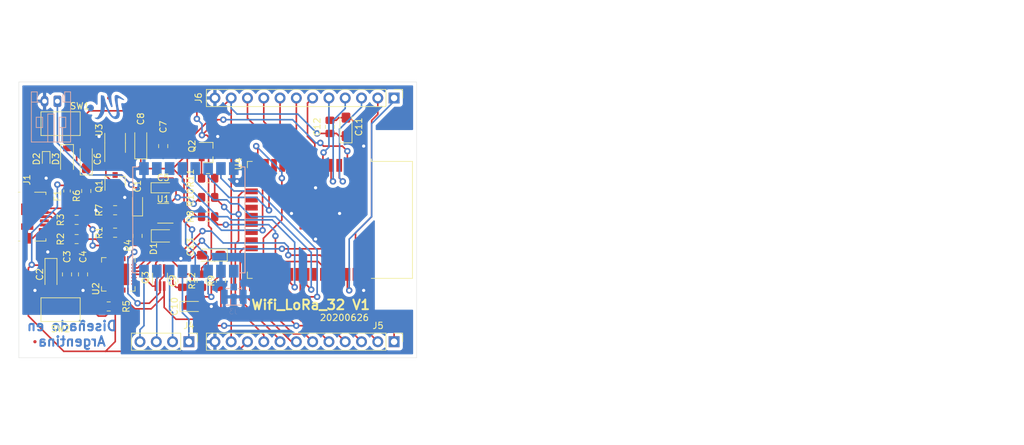
<source format=kicad_pcb>
(kicad_pcb (version 20171130) (host pcbnew 5.1.6-c6e7f7d~86~ubuntu18.04.1)
  (title_block (title "Rework Heltec Wifi_Lora_32") (rev 1) (company UNRN) (comment 1 "Dibujó: Santiago Abbate") (comment 2 "Revisó: Diego Essaya, Diego Brengi") (comment 3 "CESE - FIUBA - Trabajo Práctico - Diseño de Circuitos Impresos") (comment 4 "Licencia CC-BY 4.0"))
  (layers (0 F.Cu signal) (31 B.Cu signal) (34 B.Paste user) (35 F.Paste user) (36 B.SilkS user) (37 F.SilkS user) (38 B.Mask user) (39 F.Mask user) (44 Edge.Cuts user))
  (net 0 "")
  (net 1 GND)
  (net 2 +5V)
  (net 3 +BATT)
  (net 4 +3V3)
  (net 5 /ESP32/CHIP_PU)
  (net 6 /DTR)
  (net 7 /ESP32/GPIO0)
  (net 8 /ESP32/GPIO2)
  (net 9 /ESP32/GPIO4)
  (net 10 /ESP32/GPIO12)
  (net 11 /ESP32/GPIO13)
  (net 12 /ESP32/GPIO15)
  (net 13 /ESP32/GPIO16)
  (net 14 /ESP32/GPIO17)
  (net 15 /ESP32/GPIO21)
  (net 16 /ESP32/SENSOR_VN)
  (net 17 /ESP32/SENSOR_VP)
  (net 18 /ESP32/GPIO35)
  (net 19 /ESP32/GPIO34)
  (net 20 /ESP32/GPIO33)
  (net 21 /ESP32/GPIO32)
  (net 22 /ESP32/GPIO26)
  (net 23 /ESP32/GPIO25)
  (net 24 /ESP32/GPIO23)
  (net 25 /ESP32/GPIO22)
  (net 26 /USB_D+)
  (net 27 /USB_D-)
  (net 28 /RTS)
  (net 29 /ESP_TXD)
  (net 30 /ESP_RXD)
  (net 31 /ESP32/LORA_MOSI)
  (net 32 /ESP32/LORA_RST)
  (net 33 /ESP32/LORA_SCK)
  (net 34 /ESP32/LORA_SS)
  (net 35 /ESP32/LORA_MISO)
  (net 36 "Net-(C6-Pad1)")
  (net 37 "Net-(C7-Pad1)")
  (net 38 "Net-(D1-Pad1)")
  (net 39 "Net-(D1-Pad2)")
  (net 40 "Net-(F1-Pad2)")
  (net 41 "Net-(J1-Pad4)")
  (net 42 "Net-(J1-Pad3)")
  (net 43 "Net-(J1-Pad2)")
  (net 44 "Net-(J3-Pad2)")
  (net 45 "Net-(J4-Pad4)")
  (net 46 "Net-(J4-Pad3)")
  (net 47 "Net-(J4-Pad2)")
  (net 48 "Net-(J4-Pad1)")
  (net 49 "Net-(Q1-Pad1)")
  (net 50 "Net-(Q2-Pad1)")
  (net 51 "Net-(Q2-Pad2)")
  (net 52 "Net-(R4-Pad2)")
  (net 53 "Net-(R5-Pad2)")
  (net 54 "Net-(U2-Pad2)")
  (net 55 "Net-(U2-Pad10)")
  (net 56 "Net-(U2-Pad11)")
  (net 57 "Net-(U2-Pad12)")
  (net 58 "Net-(U2-Pad13)")
  (net 59 "Net-(U2-Pad14)")
  (net 60 "Net-(U2-Pad15)")
  (net 61 "Net-(U2-Pad16)")
  (net 62 "Net-(U2-Pad17)")
  (net 63 "Net-(U2-Pad18)")
  (net 64 "Net-(U2-Pad19)")
  (net 65 "Net-(U2-Pad20)")
  (net 66 "Net-(U2-Pad21)")
  (net 67 "Net-(U2-Pad22)")
  (net 68 "Net-(U2-Pad23)")
  (net 69 "Net-(U2-Pad24)")
  (net 70 "Net-(U2-Pad28)")
  (net 71 "Net-(U4-Pad17)")
  (net 72 "Net-(U4-Pad18)")
  (net 73 "Net-(U4-Pad19)")
  (net 74 "Net-(U4-Pad20)")
  (net 75 "Net-(U4-Pad21)")
  (net 76 "Net-(U4-Pad22)")
  (net 77 "Net-(U4-Pad32)")
  (net 78 "Net-(U5-Pad11)")
  (net 79 "Net-(U5-Pad10)")
  (module "tp_abbate:HRS_U.FL-R-SMT-1(10)" (layer B.Cu) (at 120 111.5)
    (fp_text reference J3 (at -0.060105 2.311695) (layer B.SilkS) (effects (font (size 0.801283 0.801283) (thickness 0.015)) (justify mirror)))
    (fp_text value "U.FL-R-SMT-1(10)")
    (pad 3 smd rect (at 1.475 0) (size 1.05 2.2) (layers B.Cu B.Paste B.Mask) (net 1 GND))
    (pad 1 smd rect (at -1.475 0) (size 1.05 2.2) (layers B.Cu B.Paste B.Mask) (net 1 GND))
    (pad 2 smd rect (at 0 -1.525) (size 1 1.05) (layers B.Cu B.Paste B.Mask) (net 44 "Net-(J3-Pad2)"))
  )
  (module tp_abbate:logo_unrn_B.Cu (layer F.Cu) (at 100.5 82)
    (fp_text reference G*** hide)
    (fp_text value LOGO hide)
    (fp_poly (pts (xy -2.931918 -0.468804) (xy -3.097284 -0.40859) (xy -3.224682 -0.308854) (xy -3.312378 -0.180689) (xy -3.35864 -0.035189) (xy -3.361736 0.116552) (xy -3.319933 0.263441) (xy -3.231499 0.394383) (xy -3.0947 0.498286) (xy -3.083841 0.503968) (xy -2.927259 0.554388) (xy -2.760376 0.559785) (xy -2.64075 0.531239) (xy -2.52752 0.461847) (xy -2.421457 0.356201) (xy -2.343587 0.237431) (xy -2.321808 0.180398) (xy -2.306868 0.014167) (xy -2.34611 -0.142666) (xy -2.430221 -0.280188) (xy -2.549886 -0.388489) (xy -2.695789 -0.457657) (xy -2.858616 -0.477779) (xy -2.931918 -0.468804)) (layer B.Cu) (width 0.01))
    (fp_poly (pts (xy 1.113046 -1.969815) (xy 1.052957 -1.951891) (xy 1.00888 -1.908051) (xy 0.977233 -1.85967) (xy 0.948517 -1.810313) (xy 0.930216 -1.764099) (xy 0.921495 -1.707789) (xy 0.921518 -1.628146) (xy 0.929448 -1.511932) (xy 0.944449 -1.345909) (xy 0.944653 -1.343732) (xy 0.96346 -1.16667) (xy 0.986059 -0.990401) (xy 1.009471 -0.836492) (xy 1.028754 -0.735) (xy 1.071387 -0.530058) (xy 1.113224 -0.300704) (xy 1.152272 -0.06087) (xy 1.186538 0.175515) (xy 1.214031 0.394519) (xy 1.232756 0.582212) (xy 1.240722 0.724662) (xy 1.24084 0.747674) (xy 1.231193 0.949476) (xy 1.203532 1.101349) (xy 1.154236 1.215209) (xy 1.079685 1.302975) (xy 1.069445 1.311835) (xy 0.948427 1.377969) (xy 0.818551 1.383724) (xy 0.68408 1.330848) (xy 0.54928 1.221092) (xy 0.418415 1.056205) (xy 0.408128 1.040506) (xy 0.356365 0.954019) (xy 0.288243 0.830978) (xy 0.20891 0.68169) (xy 0.123516 0.51646) (xy 0.03721 0.345596) (xy -0.044859 0.179402) (xy -0.117541 0.028186) (xy -0.175686 -0.097747) (xy -0.214146 -0.188091) (xy -0.227775 -0.232216) (xy -0.24069 -0.280755) (xy -0.274551 -0.367532) (xy -0.322075 -0.473906) (xy -0.322874 -0.475594) (xy -0.470926 -0.862188) (xy -0.544656 -1.169002) (xy -0.567811 -1.275839) (xy -0.602743 -1.415162) (xy -0.642354 -1.558828) (xy -0.646931 -1.574503) (xy -0.721066 -1.82663) (xy -0.94272 -1.88334) (xy -1.056215 -1.91141) (xy -1.146342 -1.931921) (xy -1.194742 -1.940713) (xy -1.196125 -1.940782) (xy -1.206008 -1.909573) (xy -1.21346 -1.816482) (xy -1.218441 -1.663086) (xy -1.220912 -1.450957) (xy -1.220835 -1.18167) (xy -1.219581 -0.996945) (xy -1.218502 -0.747687) (xy -1.219546 -0.509824) (xy -1.222511 -0.293386) (xy -1.227196 -0.108402) (xy -1.233396 0.035098) (xy -1.240911 0.127084) (xy -1.242505 0.138125) (xy -1.264345 0.275958) (xy -1.288686 0.436306) (xy -1.305428 0.550875) (xy -1.335567 0.697369) (xy -1.387968 0.85099) (xy -1.469503 1.030843) (xy -1.499574 1.090625) (xy -1.593417 1.268402) (xy -1.670136 1.396152) (xy -1.737967 1.482063) (xy -1.805144 1.534325) (xy -1.879903 1.561128) (xy -1.970478 1.570659) (xy -1.982662 1.571028) (xy -2.100478 1.574543) (xy -2.164868 1.580618) (xy -2.18588 1.593646) (xy -2.173562 1.618022) (xy -2.150336 1.644359) (xy -2.073784 1.699542) (xy -1.958821 1.750695) (xy -1.83034 1.78881) (xy -1.713235 1.804883) (xy -1.706406 1.80495) (xy -1.60912 1.788825) (xy -1.51074 1.750046) (xy -1.509555 1.749388) (xy -1.340975 1.648946) (xy -1.204063 1.554889) (xy -1.107813 1.473914) (xy -1.062863 1.416635) (xy -1.02527 1.351161) (xy -0.964108 1.260552) (xy -0.919094 1.199384) (xy -0.817589 1.029504) (xy -0.732434 0.813629) (xy -0.668749 0.568266) (xy -0.631659 0.30992) (xy -0.628105 0.261768) (xy -0.617102 0.123956) (xy -0.603132 0.003301) (xy -0.588585 -0.080976) (xy -0.583039 -0.100472) (xy -0.566715 -0.133529) (xy -0.546495 -0.135462) (xy -0.514157 -0.099224) (xy -0.461481 -0.017765) (xy -0.43387 0.027418) (xy -0.367628 0.141814) (xy -0.311057 0.24897) (xy -0.276339 0.325804) (xy -0.27621 0.326158) (xy -0.211077 0.479987) (xy -0.119476 0.663314) (xy -0.01229 0.857009) (xy 0.099601 1.041945) (xy 0.205316 1.198994) (xy 0.262966 1.273949) (xy 0.471733 1.496203) (xy 0.676323 1.655461) (xy 0.876571 1.751639) (xy 1.072312 1.784658) (xy 1.248625 1.759075) (xy 1.388909 1.709206) (xy 1.486405 1.651721) (xy 1.561502 1.572624) (xy 1.59779 1.519384) (xy 1.651333 1.407183) (xy 1.693922 1.267247) (xy 1.72197 1.119789) (xy 1.731888 0.985019) (xy 1.720087 0.883151) (xy 1.713771 0.866166) (xy 1.685891 0.771607) (xy 1.67725 0.692256) (xy 1.669895 0.625999) (xy 1.652247 0.5985) (xy 1.635568 0.570261) (xy 1.624001 0.499588) (xy 1.622089 0.469224) (xy 1.609762 0.363496) (xy 1.583856 0.234254) (xy 1.564346 0.159662) (xy 1.509643 -0.07011) (xy 1.463424 -0.351029) (xy 1.42734 -0.671111) (xy 1.403502 -1.009208) (xy 1.395361 -1.179203) (xy 1.392035 -1.296748) (xy 1.39455 -1.372781) (xy 1.403933 -1.418239) (xy 1.421208 -1.44406) (xy 1.44582 -1.460337) (xy 1.521719 -1.477223) (xy 1.629498 -1.460527) (xy 1.774947 -1.408586) (xy 1.963857 -1.319736) (xy 2.000371 -1.301017) (xy 2.144289 -1.235232) (xy 2.267346 -1.195537) (xy 2.360152 -1.183578) (xy 2.413318 -1.200999) (xy 2.422261 -1.227125) (xy 2.396753 -1.260711) (xy 2.327891 -1.322027) (xy 2.225338 -1.403862) (xy 2.098762 -1.499006) (xy 1.957829 -1.600245) (xy 1.812205 -1.700369) (xy 1.671554 -1.792165) (xy 1.630953 -1.817509) (xy 1.501918 -1.894008) (xy 1.406326 -1.94082) (xy 1.325708 -1.964825) (xy 1.241594 -1.972904) (xy 1.212855 -1.97325) (xy 1.113046 -1.969815)) (layer B.Cu) (width 0.01))
  )
  (module Capacitor_Tantalum_SMD:CP_EIA-3216-10_Kemet-I_Pad1.58x1.35mm_HandSolder (layer F.Cu) (at 91.5 108 270)
    (fp_text reference C2 (at 0 1.75 90) (layer F.SilkS))
    (fp_text value 1uF)
    (pad 2 smd roundrect (at 1.4375 0 270) (size 1.575 1.35) (layers F.Cu F.Paste F.Mask) (roundrect_rratio 0.185185) (net 1 GND))
    (pad 1 smd roundrect (at -1.4375 0 270) (size 1.575 1.35) (layers F.Cu F.Paste F.Mask) (roundrect_rratio 0.185185) (net 2 +5V))
  )
  (module RF_Module:Ai-Thinker-Ra-01-LoRa (layer B.Cu) (at 113 99.5 90)
    (fp_text reference U5 hide)
    (fp_text value Ai-Thinker-Ra-01)
    (pad 16 smd rect (at 8 7 90) (size 2 1.5) (layers B.Cu B.Paste B.Mask) (net 1 GND))
    (pad 15 smd rect (at 8 5 90) (size 2 1.5) (layers B.Cu B.Paste B.Mask) (net 34 /ESP32/LORA_SS))
    (pad 14 smd rect (at 8 3 90) (size 2 1.5) (layers B.Cu B.Paste B.Mask) (net 31 /ESP32/LORA_MOSI))
    (pad 13 smd rect (at 8 1 90) (size 2 1.5) (layers B.Cu B.Paste B.Mask) (net 35 /ESP32/LORA_MISO))
    (pad 12 smd rect (at 8 -1 90) (size 2 1.5) (layers B.Cu B.Paste B.Mask) (net 33 /ESP32/LORA_SCK))
    (pad 11 smd rect (at 8 -3 90) (size 2 1.5) (layers B.Cu B.Paste B.Mask) (net 78 "Net-(U5-Pad11)"))
    (pad 10 smd rect (at 8 -5 90) (size 2 1.5) (layers B.Cu B.Paste B.Mask) (net 79 "Net-(U5-Pad10)"))
    (pad 9 smd rect (at 8 -7 90) (size 2 1.5) (layers B.Cu B.Paste B.Mask) (net 1 GND))
    (pad 8 smd rect (at -8 -7 90) (size 2 1.5) (layers B.Cu B.Paste B.Mask) (net 45 "Net-(J4-Pad4)"))
    (pad 7 smd rect (at -8 -5 90) (size 2 1.5) (layers B.Cu B.Paste B.Mask) (net 46 "Net-(J4-Pad3)"))
    (pad 6 smd rect (at -8 -3 90) (size 2 1.5) (layers B.Cu B.Paste B.Mask) (net 47 "Net-(J4-Pad2)"))
    (pad 5 smd rect (at -8 -1 90) (size 2 1.5) (layers B.Cu B.Paste B.Mask) (net 48 "Net-(J4-Pad1)"))
    (pad 4 smd rect (at -8 1 90) (size 2 1.5) (layers B.Cu B.Paste B.Mask) (net 32 /ESP32/LORA_RST))
    (pad 3 smd rect (at -8 3 90) (size 2 1.5) (layers B.Cu B.Paste B.Mask) (net 4 +3V3))
    (pad 2 smd rect (at -8 5 90) (size 2 1.5) (layers B.Cu B.Paste B.Mask) (net 1 GND))
    (pad 1 smd rect (at -8 7 90) (size 2 1.5) (layers B.Cu B.Paste B.Mask) (net 44 "Net-(J3-Pad2)"))
  )
  (module Connector_PinHeader_2.54mm:PinHeader_1x04_P2.54mm_Vertical (layer F.Cu) (at 113 118.5 270)
    (fp_text reference J4 (at -2.5 0 180) (layer F.SilkS))
    (fp_text value Conn_01x04)
    (pad 4 thru_hole oval (at 0 7.62 270) (size 1.7 1.7) (drill 1) (layers *.Cu *.Mask) (net 45 "Net-(J4-Pad4)"))
    (pad 3 thru_hole oval (at 0 5.08 270) (size 1.7 1.7) (drill 1) (layers *.Cu *.Mask) (net 46 "Net-(J4-Pad3)"))
    (pad 2 thru_hole oval (at 0 2.54 270) (size 1.7 1.7) (drill 1) (layers *.Cu *.Mask) (net 47 "Net-(J4-Pad2)"))
    (pad 1 thru_hole rect (at 0 0 270) (size 1.7 1.7) (drill 1) (layers *.Cu *.Mask) (net 48 "Net-(J4-Pad1)"))
  )
  (module Fiducial:Fiducial_0.5mm_Mask1.5mm (layer F.Cu) (at 146 115 90)
    (fp_text reference FID3 hide)
    (fp_text value Fiducial)
    (pad "" smd circle (at 0 0 90) (size 0.5 0.5) (layers F.Cu F.Mask) (clearance 0.5))
  )
  (module Fiducial:Fiducial_0.5mm_Mask1.5mm (layer F.Cu) (at 100.5 80.5 90)
    (fp_text reference FID2 hide)
    (fp_text value Fiducial)
    (pad "" smd circle (at 0 0 90) (size 0.5 0.5) (layers F.Cu F.Mask) (clearance 0.5))
  )
  (module Fiducial:Fiducial_0.5mm_Mask1.5mm (layer F.Cu) (at 89 118.5 90)
    (fp_text reference FID1 hide)
    (fp_text value Fiducial)
    (pad "" smd circle (at 0 0 90) (size 0.5 0.5) (layers F.Cu F.Mask) (clearance 0.5))
  )
  (module Connector_PinHeader_2.54mm:PinHeader_1x12_P2.54mm_Vertical (layer F.Cu) (at 145 80.5 270)
    (fp_text reference J6 (at 0 30.5 270) (layer F.SilkS))
    (fp_text value Conn_01x12)
    (pad 12 thru_hole oval (at 0 27.94 270) (size 1.7 1.7) (drill 1) (layers *.Cu *.Mask) (net 1 GND))
    (pad 11 thru_hole oval (at 0 25.4 270) (size 1.7 1.7) (drill 1) (layers *.Cu *.Mask) (net 4 +3V3))
    (pad 10 thru_hole oval (at 0 22.86 270) (size 1.7 1.7) (drill 1) (layers *.Cu *.Mask) (net 22 /ESP32/GPIO26))
    (pad 9 thru_hole oval (at 0 20.32 270) (size 1.7 1.7) (drill 1) (layers *.Cu *.Mask) (net 23 /ESP32/GPIO25))
    (pad 8 thru_hole oval (at 0 17.78 270) (size 1.7 1.7) (drill 1) (layers *.Cu *.Mask) (net 20 /ESP32/GPIO33))
    (pad 7 thru_hole oval (at 0 15.24 270) (size 1.7 1.7) (drill 1) (layers *.Cu *.Mask) (net 21 /ESP32/GPIO32))
    (pad 6 thru_hole oval (at 0 12.7 270) (size 1.7 1.7) (drill 1) (layers *.Cu *.Mask) (net 18 /ESP32/GPIO35))
    (pad 5 thru_hole oval (at 0 10.16 270) (size 1.7 1.7) (drill 1) (layers *.Cu *.Mask) (net 19 /ESP32/GPIO34))
    (pad 4 thru_hole oval (at 0 7.62 270) (size 1.7 1.7) (drill 1) (layers *.Cu *.Mask) (net 16 /ESP32/SENSOR_VN))
    (pad 3 thru_hole oval (at 0 5.08 270) (size 1.7 1.7) (drill 1) (layers *.Cu *.Mask) (net 17 /ESP32/SENSOR_VP))
    (pad 2 thru_hole oval (at 0 2.54 270) (size 1.7 1.7) (drill 1) (layers *.Cu *.Mask) (net 24 /ESP32/GPIO23))
    (pad 1 thru_hole rect (at 0 0 270) (size 1.7 1.7) (drill 1) (layers *.Cu *.Mask) (net 25 /ESP32/GPIO22))
  )
  (module Connector_PinHeader_2.54mm:PinHeader_1x12_P2.54mm_Vertical (layer F.Cu) (at 145 118.5 270)
    (fp_text reference J5 (at -2.5 2.5 180) (layer F.SilkS))
    (fp_text value Conn_01x12)
    (pad 12 thru_hole oval (at 0 27.94 270) (size 1.7 1.7) (drill 1) (layers *.Cu *.Mask) (net 1 GND))
    (pad 11 thru_hole oval (at 0 25.4 270) (size 1.7 1.7) (drill 1) (layers *.Cu *.Mask) (net 4 +3V3))
    (pad 10 thru_hole oval (at 0 22.86 270) (size 1.7 1.7) (drill 1) (layers *.Cu *.Mask) (net 2 +5V))
    (pad 9 thru_hole oval (at 0 20.32 270) (size 1.7 1.7) (drill 1) (layers *.Cu *.Mask) (net 11 /ESP32/GPIO13))
    (pad 8 thru_hole oval (at 0 17.78 270) (size 1.7 1.7) (drill 1) (layers *.Cu *.Mask) (net 12 /ESP32/GPIO15))
    (pad 7 thru_hole oval (at 0 15.24 270) (size 1.7 1.7) (drill 1) (layers *.Cu *.Mask) (net 8 /ESP32/GPIO2))
    (pad 6 thru_hole oval (at 0 12.7 270) (size 1.7 1.7) (drill 1) (layers *.Cu *.Mask) (net 10 /ESP32/GPIO12))
    (pad 5 thru_hole oval (at 0 10.16 270) (size 1.7 1.7) (drill 1) (layers *.Cu *.Mask) (net 7 /ESP32/GPIO0))
    (pad 4 thru_hole oval (at 0 7.62 270) (size 1.7 1.7) (drill 1) (layers *.Cu *.Mask) (net 9 /ESP32/GPIO4))
    (pad 3 thru_hole oval (at 0 5.08 270) (size 1.7 1.7) (drill 1) (layers *.Cu *.Mask) (net 13 /ESP32/GPIO16))
    (pad 2 thru_hole oval (at 0 2.54 270) (size 1.7 1.7) (drill 1) (layers *.Cu *.Mask) (net 14 /ESP32/GPIO17))
    (pad 1 thru_hole rect (at 0 0 270) (size 1.7 1.7) (drill 1) (layers *.Cu *.Mask) (net 15 /ESP32/GPIO21))
  )
  (module Connector_USB:USB_Micro-B_Molex_47346-0001 (layer F.Cu) (at 89 99 270)
    (fp_text reference J1 (at -5.75 1.25 270) (layer F.SilkS))
    (fp_text value USB_B_Micro)
    (pad 6 smd rect (at 1.55 1.2 270) (size 1 1.9) (layers F.Cu F.Paste F.Mask) (net 1 GND))
    (pad 6 smd rect (at -1.15 1.2 270) (size 1.8 1.9) (layers F.Cu F.Paste F.Mask) (net 1 GND))
    (pad 6 smd rect (at 3.375 1.2 270) (size 1.65 1.3) (layers F.Cu F.Paste F.Mask) (net 1 GND))
    (pad 6 smd rect (at -3.375 1.2 270) (size 1.65 1.3) (layers F.Cu F.Paste F.Mask) (net 1 GND))
    (pad 6 smd rect (at 2.4875 -1.375 270) (size 1.425 1.55) (layers F.Cu F.Paste F.Mask) (net 1 GND))
    (pad 6 smd rect (at -2.4875 -1.375 270) (size 1.425 1.55) (layers F.Cu F.Paste F.Mask) (net 1 GND))
    (pad 5 smd rect (at 1.3 -1.46 270) (size 0.45 1.38) (layers F.Cu F.Paste F.Mask) (net 1 GND) (clearance 0.2))
    (pad 4 smd rect (at 0.65 -1.46 270) (size 0.45 1.38) (layers F.Cu F.Paste F.Mask) (net 41 "Net-(J1-Pad4)"))
    (pad 3 smd rect (at 0 -1.46 270) (size 0.45 1.38) (layers F.Cu F.Paste F.Mask) (net 42 "Net-(J1-Pad3)"))
    (pad 2 smd rect (at -0.65 -1.46 270) (size 0.45 1.38) (layers F.Cu F.Paste F.Mask) (net 43 "Net-(J1-Pad2)"))
    (pad 1 smd rect (at -1.3 -1.46 270) (size 0.45 1.38) (layers F.Cu F.Paste F.Mask) (net 40 "Net-(F1-Pad2)"))
  )
  (module Package_TO_SOT_SMD:SOT-363_SC-70-6_Handsoldering (layer F.Cu) (at 108.5 108.5 90)
    (fp_text reference Q3 (at 0 -2.25 90) (layer F.SilkS))
    (fp_text value 2N7002DW)
    (pad 6 smd rect (at 1.33 -0.65 90) (size 1.5 0.4) (layers F.Cu F.Paste F.Mask) (net 5 /ESP32/CHIP_PU))
    (pad 5 smd rect (at 1.33 0 90) (size 1.5 0.4) (layers F.Cu F.Paste F.Mask) (net 28 /RTS))
    (pad 4 smd rect (at 1.33 0.65 90) (size 1.5 0.4) (layers F.Cu F.Paste F.Mask) (net 6 /DTR))
    (pad 3 smd rect (at -1.33 0.65 90) (size 1.5 0.4) (layers F.Cu F.Paste F.Mask) (net 7 /ESP32/GPIO0))
    (pad 2 smd rect (at -1.33 0 90) (size 1.5 0.4) (layers F.Cu F.Paste F.Mask) (net 6 /DTR))
    (pad 1 smd rect (at -1.33 -0.65 90) (size 1.5 0.4) (layers F.Cu F.Paste F.Mask) (net 28 /RTS))
  )
  (module Capacitor_Tantalum_SMD:CP_EIA-2012-12_Kemet-R_Pad1.30x1.05mm_HandSolder (layer F.Cu) (at 105 97 90)
    (fp_text reference C1 (at 2.75 0 90) (layer F.SilkS))
    (fp_text value 10uF)
    (pad 2 smd roundrect (at 0.975 0 90) (size 1.3 1.05) (layers F.Cu F.Paste F.Mask) (roundrect_rratio 0.238095) (net 1 GND))
    (pad 1 smd roundrect (at -0.975 0 90) (size 1.3 1.05) (layers F.Cu F.Paste F.Mask) (roundrect_rratio 0.238095) (net 2 +5V))
  )
  (module Capacitor_SMD:C_0805_2012Metric_Pad1.15x1.40mm_HandSolder (layer F.Cu) (at 94 108 90)
    (fp_text reference C3 (at 2.75 0 270) (layer F.SilkS))
    (fp_text value 100nF)
    (pad 1 smd roundrect (at -1.025 0 90) (size 1.15 1.4) (layers F.Cu F.Paste F.Mask) (roundrect_rratio 0.217391) (net 1 GND))
    (pad 2 smd roundrect (at 1.025 0 90) (size 1.15 1.4) (layers F.Cu F.Paste F.Mask) (roundrect_rratio 0.217391) (net 2 +5V))
  )
  (module Capacitor_SMD:C_0805_2012Metric_Pad1.15x1.40mm_HandSolder (layer F.Cu) (at 96.5 108 270)
    (fp_text reference C4 (at -2.75 0 90) (layer F.SilkS))
    (fp_text value 100nF)
    (pad 2 smd roundrect (at 1.025 0 270) (size 1.15 1.4) (layers F.Cu F.Paste F.Mask) (roundrect_rratio 0.217391) (net 1 GND))
    (pad 1 smd roundrect (at -1.025 0 270) (size 1.15 1.4) (layers F.Cu F.Paste F.Mask) (roundrect_rratio 0.217391) (net 2 +5V))
  )
  (module Capacitor_Tantalum_SMD:CP_EIA-2012-12_Kemet-R_Pad1.30x1.05mm_HandSolder (layer F.Cu) (at 109 94.5)
    (fp_text reference C5 (at 0 -1.58) (layer F.SilkS))
    (fp_text value 10uF)
    (pad 1 smd roundrect (at -0.975 0) (size 1.3 1.05) (layers F.Cu F.Paste F.Mask) (roundrect_rratio 0.238095) (net 3 +BATT))
    (pad 2 smd roundrect (at 0.975 0) (size 1.3 1.05) (layers F.Cu F.Paste F.Mask) (roundrect_rratio 0.238095) (net 1 GND))
  )
  (module Capacitor_Tantalum_SMD:CP_EIA-3216-18_Kemet-A_Pad1.58x1.35mm_HandSolder (layer F.Cu) (at 97 90 90)
    (fp_text reference C6 (at 0 1.75 90) (layer F.SilkS))
    (fp_text value 2.2uF)
    (pad 1 smd roundrect (at -1.4375 0 90) (size 1.575 1.35) (layers F.Cu F.Paste F.Mask) (roundrect_rratio 0.185185) (net 36 "Net-(C6-Pad1)"))
    (pad 2 smd roundrect (at 1.4375 0 90) (size 1.575 1.35) (layers F.Cu F.Paste F.Mask) (roundrect_rratio 0.185185) (net 1 GND))
  )
  (module Capacitor_SMD:C_0805_2012Metric_Pad1.15x1.40mm_HandSolder (layer F.Cu) (at 109 88 90)
    (fp_text reference C7 (at 3 0 90) (layer F.SilkS))
    (fp_text value 470nF)
    (pad 2 smd roundrect (at 1.025 0 90) (size 1.15 1.4) (layers F.Cu F.Paste F.Mask) (roundrect_rratio 0.217391) (net 1 GND))
    (pad 1 smd roundrect (at -1.025 0 90) (size 1.15 1.4) (layers F.Cu F.Paste F.Mask) (roundrect_rratio 0.217391) (net 37 "Net-(C7-Pad1)"))
  )
  (module Capacitor_Tantalum_SMD:CP_EIA-3216-18_Kemet-A_Pad1.58x1.35mm_HandSolder (layer F.Cu) (at 105.5 87.5 90)
    (fp_text reference C8 (at 3.75 0 90) (layer F.SilkS))
    (fp_text value 2.2uF)
    (pad 2 smd roundrect (at 1.4375 0 90) (size 1.575 1.35) (layers F.Cu F.Paste F.Mask) (roundrect_rratio 0.185185) (net 1 GND))
    (pad 1 smd roundrect (at -1.4375 0 90) (size 1.575 1.35) (layers F.Cu F.Paste F.Mask) (roundrect_rratio 0.185185) (net 4 +3V3))
  )
  (module Capacitor_SMD:C_0805_2012Metric_Pad1.15x1.40mm_HandSolder (layer F.Cu) (at 112 109 270)
    (fp_text reference C9 (at 0 1.5 90) (layer F.SilkS))
    (fp_text value 100nF)
    (pad 1 smd roundrect (at -1.025 0 270) (size 1.15 1.4) (layers F.Cu F.Paste F.Mask) (roundrect_rratio 0.217391) (net 5 /ESP32/CHIP_PU))
    (pad 2 smd roundrect (at 1.025 0 270) (size 1.15 1.4) (layers F.Cu F.Paste F.Mask) (roundrect_rratio 0.217391) (net 6 /DTR))
  )
  (module Capacitor_Tantalum_SMD:CP_EIA-2012-12_Kemet-R_Pad1.30x1.05mm_HandSolder (layer F.Cu) (at 113.5 113)
    (fp_text reference C10 (at -2.75 0 90) (layer F.SilkS))
    (fp_text value 10uF)
    (pad 1 smd roundrect (at -0.975 0) (size 1.3 1.05) (layers F.Cu F.Paste F.Mask) (roundrect_rratio 0.238095) (net 5 /ESP32/CHIP_PU))
    (pad 2 smd roundrect (at 0.975 0) (size 1.3 1.05) (layers F.Cu F.Paste F.Mask) (roundrect_rratio 0.238095) (net 1 GND))
  )
  (module Capacitor_Tantalum_SMD:CP_EIA-3216-18_Kemet-A_Pad1.58x1.35mm_HandSolder (layer F.Cu) (at 137.5 85 90)
    (fp_text reference C11 (at 0 2 90) (layer F.SilkS))
    (fp_text value 22uF)
    (pad 2 smd roundrect (at 1.4375 0 90) (size 1.575 1.35) (layers F.Cu F.Paste F.Mask) (roundrect_rratio 0.185185) (net 1 GND))
    (pad 1 smd roundrect (at -1.4375 0 90) (size 1.575 1.35) (layers F.Cu F.Paste F.Mask) (roundrect_rratio 0.185185) (net 4 +3V3))
  )
  (module Capacitor_SMD:C_0805_2012Metric_Pad1.15x1.40mm_HandSolder (layer F.Cu) (at 135 85 90)
    (fp_text reference C12 (at 0 -2 90) (layer F.SilkS))
    (fp_text value 100nF)
    (pad 1 smd roundrect (at -1.025 0 90) (size 1.15 1.4) (layers F.Cu F.Paste F.Mask) (roundrect_rratio 0.217391) (net 4 +3V3))
    (pad 2 smd roundrect (at 1.025 0 90) (size 1.15 1.4) (layers F.Cu F.Paste F.Mask) (roundrect_rratio 0.217391) (net 1 GND))
  )
  (module Capacitor_Tantalum_SMD:CP_EIA-3216-18_Kemet-A_Pad1.58x1.35mm_HandSolder (layer F.Cu) (at 116.5 105 180)
    (fp_text reference C13 (at 3.25 1.25 90) (layer F.SilkS))
    (fp_text value 2.2uF)
    (pad 2 smd roundrect (at 1.4375 0 180) (size 1.575 1.35) (layers F.Cu F.Paste F.Mask) (roundrect_rratio 0.185185) (net 1 GND))
    (pad 1 smd roundrect (at -1.4375 0 180) (size 1.575 1.35) (layers F.Cu F.Paste F.Mask) (roundrect_rratio 0.185185) (net 4 +3V3))
  )
  (module LED_SMD:LED_0805_2012Metric_Pad1.15x1.40mm_HandSolder (layer F.Cu) (at 109 102)
    (fp_text reference D1 (at -1.5 2 90) (layer F.SilkS))
    (fp_text value LED_YELLOW)
    (pad 1 smd roundrect (at -1.025 0) (size 1.15 1.4) (layers F.Cu F.Paste F.Mask) (roundrect_rratio 0.217391) (net 38 "Net-(D1-Pad1)"))
    (pad 2 smd roundrect (at 1.025 0) (size 1.15 1.4) (layers F.Cu F.Paste F.Mask) (roundrect_rratio 0.217391) (net 39 "Net-(D1-Pad2)"))
  )
  (module Diode_SMD:D_SOD-523 (layer F.Cu) (at 90.75 90 270)
    (fp_text reference D2 (at 0 1.5 90) (layer F.SilkS))
    (fp_text value RSB6.8S)
    (pad 2 smd rect (at 0.7 0 90) (size 0.6 0.7) (layers F.Cu F.Paste F.Mask) (net 1 GND))
    (pad 1 smd rect (at -0.7 0 90) (size 0.6 0.7) (layers F.Cu F.Paste F.Mask) (net 2 +5V))
  )
  (module Diode_SMD:D_SOD-123 (layer F.Cu) (at 94 90 270)
    (fp_text reference D3 (at 0 1.75 90) (layer F.SilkS))
    (fp_text value 1N5819)
    (pad 1 smd rect (at -1.65 0 270) (size 0.9 1.2) (layers F.Cu F.Paste F.Mask) (net 36 "Net-(C6-Pad1)"))
    (pad 2 smd rect (at 1.65 0 270) (size 0.9 1.2) (layers F.Cu F.Paste F.Mask) (net 2 +5V))
  )
  (module Fuse:Fuse_0603_1608Metric_Pad1.05x0.95mm_HandSolder (layer F.Cu) (at 94 95 270)
    (fp_text reference F1 (at 0.75 1.5 90) (layer F.SilkS))
    (fp_text value "5V 500mA")
    (pad 1 smd roundrect (at -0.875 0 270) (size 1.05 0.95) (layers F.Cu F.Paste F.Mask) (net 2 +5V))
    (pad 2 smd roundrect (at 0.875 0 270) (size 1.05 0.95) (layers F.Cu F.Paste F.Mask) (net 40 "Net-(F1-Pad2)"))
  )
  (module Connector_JST:JST_PH_S2B-PH-K_1x02_P2.00mm_Horizontal (layer B.Cu) (at 92.5 81 180)
    (fp_text reference J2 hide)
    (fp_text value S2B-PH-K-S)
    (pad 1 thru_hole roundrect (at 0 0 180) (size 1.2 1.75) (drill 0.75) (layers *.Cu *.Mask) (roundrect_rratio 0.208333) (net 3 +BATT))
    (pad 2 thru_hole oval (at 2 0 180) (size 1.2 1.75) (drill 0.75) (layers *.Cu *.Mask) (net 1 GND))
  )
  (module Package_TO_SOT_SMD:SOT-23 (layer F.Cu) (at 101.5 93.5 90)
    (fp_text reference Q1 (at -0.75 -2.5 90) (layer F.SilkS))
    (fp_text value AO3401A)
    (pad 3 smd rect (at 1 0 90) (size 0.9 0.8) (layers F.Cu F.Paste F.Mask) (net 3 +BATT))
    (pad 2 smd rect (at -1 0.95 90) (size 0.9 0.8) (layers F.Cu F.Paste F.Mask) (net 36 "Net-(C6-Pad1)"))
    (pad 1 smd rect (at -1 -0.95 90) (size 0.9 0.8) (layers F.Cu F.Paste F.Mask) (net 49 "Net-(Q1-Pad1)"))
  )
  (module Package_TO_SOT_SMD:SOT-23 (layer F.Cu) (at 116 89)
    (fp_text reference Q2 (at -2.5 -1 90) (layer F.SilkS))
    (fp_text value AO3401A)
    (pad 1 smd rect (at -1 -0.95) (size 0.9 0.8) (layers F.Cu F.Paste F.Mask) (net 50 "Net-(Q2-Pad1)"))
    (pad 2 smd rect (at -1 0.95) (size 0.9 0.8) (layers F.Cu F.Paste F.Mask) (net 51 "Net-(Q2-Pad2)"))
    (pad 3 smd rect (at 1 0) (size 0.9 0.8) (layers F.Cu F.Paste F.Mask) (net 1 GND))
  )
  (module Resistor_SMD:R_0805_2012Metric_Pad1.15x1.40mm_HandSolder (layer F.Cu) (at 101.5 101.5)
    (fp_text reference R1 (at -2.5 0 90) (layer F.SilkS))
    (fp_text value 330R)
    (pad 1 smd roundrect (at -1.025 0) (size 1.15 1.4) (layers F.Cu F.Paste F.Mask) (roundrect_rratio 0.217391) (net 2 +5V))
    (pad 2 smd roundrect (at 1.025 0) (size 1.15 1.4) (layers F.Cu F.Paste F.Mask) (roundrect_rratio 0.217391) (net 39 "Net-(D1-Pad2)"))
  )
  (module Resistor_SMD:R_0805_2012Metric_Pad1.15x1.40mm_HandSolder (layer F.Cu) (at 95.5 102.5 180)
    (fp_text reference R2 (at 2.5 0 90) (layer F.SilkS))
    (fp_text value 22R)
    (pad 1 smd roundrect (at -1.025 0 180) (size 1.15 1.4) (layers F.Cu F.Paste F.Mask) (roundrect_rratio 0.217391) (net 26 /USB_D+))
    (pad 2 smd roundrect (at 1.025 0 180) (size 1.15 1.4) (layers F.Cu F.Paste F.Mask) (roundrect_rratio 0.217391) (net 42 "Net-(J1-Pad3)"))
  )
  (module Resistor_SMD:R_0805_2012Metric_Pad1.15x1.40mm_HandSolder (layer F.Cu) (at 95.5 99.5 180)
    (fp_text reference R3 (at 2.5 0 90) (layer F.SilkS))
    (fp_text value 22R)
    (pad 2 smd roundrect (at 1.025 0 180) (size 1.15 1.4) (layers F.Cu F.Paste F.Mask) (roundrect_rratio 0.217391) (net 43 "Net-(J1-Pad2)"))
    (pad 1 smd roundrect (at -1.025 0 180) (size 1.15 1.4) (layers F.Cu F.Paste F.Mask) (roundrect_rratio 0.217391) (net 27 /USB_D-))
  )
  (module Resistor_SMD:R_0805_2012Metric_Pad1.15x1.40mm_HandSolder (layer F.Cu) (at 105 102 90)
    (fp_text reference R4 (at -1.5 -1.5 90) (layer F.SilkS))
    (fp_text value 10k)
    (pad 2 smd roundrect (at 1.025 0 90) (size 1.15 1.4) (layers F.Cu F.Paste F.Mask) (roundrect_rratio 0.217391) (net 52 "Net-(R4-Pad2)"))
    (pad 1 smd roundrect (at -1.025 0 90) (size 1.15 1.4) (layers F.Cu F.Paste F.Mask) (roundrect_rratio 0.217391) (net 1 GND))
  )
  (module Resistor_SMD:R_0805_2012Metric_Pad1.15x1.40mm_HandSolder (layer F.Cu) (at 100.5 113 180)
    (fp_text reference R5 (at -2.75 0 90) (layer F.SilkS))
    (fp_text value 4.7k)
    (pad 2 smd roundrect (at 1.025 0 180) (size 1.15 1.4) (layers F.Cu F.Paste F.Mask) (roundrect_rratio 0.217391) (net 53 "Net-(R5-Pad2)"))
    (pad 1 smd roundrect (at -1.025 0 180) (size 1.15 1.4) (layers F.Cu F.Paste F.Mask) (roundrect_rratio 0.217391) (net 2 +5V))
  )
  (module Resistor_SMD:R_0805_2012Metric_Pad1.15x1.40mm_HandSolder (layer F.Cu) (at 97 95 90)
    (fp_text reference R6 (at -0.75 -1.5 90) (layer F.SilkS))
    (fp_text value 10k)
    (pad 2 smd roundrect (at 1.025 0 90) (size 1.15 1.4) (layers F.Cu F.Paste F.Mask) (roundrect_rratio 0.217391) (net 2 +5V))
    (pad 1 smd roundrect (at -1.025 0 90) (size 1.15 1.4) (layers F.Cu F.Paste F.Mask) (roundrect_rratio 0.217391) (net 1 GND))
  )
  (module Resistor_SMD:R_0805_2012Metric_Pad1.15x1.40mm_HandSolder (layer F.Cu) (at 101.5 98 180)
    (fp_text reference R7 (at 2.5 0 90) (layer F.SilkS))
    (fp_text value 1k)
    (pad 2 smd roundrect (at 1.025 0 180) (size 1.15 1.4) (layers F.Cu F.Paste F.Mask) (roundrect_rratio 0.217391) (net 2 +5V))
    (pad 1 smd roundrect (at -1.025 0 180) (size 1.15 1.4) (layers F.Cu F.Paste F.Mask) (roundrect_rratio 0.217391) (net 49 "Net-(Q1-Pad1)"))
  )
  (module Resistor_SMD:R_0805_2012Metric_Pad1.15x1.40mm_HandSolder (layer F.Cu) (at 116 99 180)
    (fp_text reference R8 (at 2.75 0 90) (layer F.SilkS))
    (fp_text value 1k)
    (pad 2 smd roundrect (at 1.025 0 180) (size 1.15 1.4) (layers F.Cu F.Paste F.Mask) (roundrect_rratio 0.217391) (net 50 "Net-(Q2-Pad1)"))
    (pad 1 smd roundrect (at -1.025 0 180) (size 1.15 1.4) (layers F.Cu F.Paste F.Mask) (roundrect_rratio 0.217391) (net 15 /ESP32/GPIO21))
  )
  (module Resistor_SMD:R_0805_2012Metric_Pad1.15x1.40mm_HandSolder (layer F.Cu) (at 118 109 270)
    (fp_text reference R9 (at 0 1.5 90) (layer F.SilkS) (effects (font (size 0.9144 0.9144))))
    (fp_text value 10k)
    (pad 1 smd roundrect (at -1.025 0 270) (size 1.15 1.4) (layers F.Cu F.Paste F.Mask) (roundrect_rratio 0.217391) (net 4 +3V3))
    (pad 2 smd roundrect (at 1.025 0 270) (size 1.15 1.4) (layers F.Cu F.Paste F.Mask) (roundrect_rratio 0.217391) (net 7 /ESP32/GPIO0))
  )
  (module Resistor_SMD:R_0805_2012Metric_Pad1.15x1.40mm_HandSolder (layer F.Cu) (at 116 96 180)
    (fp_text reference R10 (at 2.75 0 90) (layer F.SilkS))
    (fp_text value 220k)
    (pad 1 smd roundrect (at -1.025 0 180) (size 1.15 1.4) (layers F.Cu F.Paste F.Mask) (roundrect_rratio 0.217391) (net 11 /ESP32/GPIO13))
    (pad 2 smd roundrect (at 1.025 0 180) (size 1.15 1.4) (layers F.Cu F.Paste F.Mask) (roundrect_rratio 0.217391) (net 3 +BATT))
  )
  (module Resistor_SMD:R_0805_2012Metric_Pad1.15x1.40mm_HandSolder (layer F.Cu) (at 116 93)
    (fp_text reference R11 (at -2.75 0 90) (layer F.SilkS))
    (fp_text value 100k)
    (pad 1 smd roundrect (at -1.025 0) (size 1.15 1.4) (layers F.Cu F.Paste F.Mask) (roundrect_rratio 0.217391) (net 51 "Net-(Q2-Pad2)"))
    (pad 2 smd roundrect (at 1.025 0) (size 1.15 1.4) (layers F.Cu F.Paste F.Mask) (roundrect_rratio 0.217391) (net 11 /ESP32/GPIO13))
  )
  (module Resistor_SMD:R_0805_2012Metric_Pad1.15x1.40mm_HandSolder (layer F.Cu) (at 115 109 270)
    (fp_text reference R12 (at 0 1.5 90) (layer F.SilkS) (effects (font (size 0.9144 0.9144))))
    (fp_text value 10k)
    (pad 1 smd roundrect (at -1.025 0 270) (size 1.15 1.4) (layers F.Cu F.Paste F.Mask) (roundrect_rratio 0.217391) (net 5 /ESP32/CHIP_PU))
    (pad 2 smd roundrect (at 1.025 0 270) (size 1.15 1.4) (layers F.Cu F.Paste F.Mask) (roundrect_rratio 0.217391) (net 4 +3V3))
  )
  (module Button_Switch_SMD:SW_SPST_CK_RS282G05A3 (layer F.Cu) (at 93 84.5)
    (fp_text reference SW1 (at 3 -2.75) (layer F.SilkS))
    (fp_text value SW_Push)
    (pad 2 smd rect (at 3.9 0) (size 1.5 1.5) (layers F.Cu F.Paste F.Mask) (net 5 /ESP32/CHIP_PU))
    (pad 1 smd rect (at -3.9 0) (size 1.5 1.5) (layers F.Cu F.Paste F.Mask) (net 1 GND))
  )
  (module Button_Switch_SMD:SW_SPST_CK_RS282G05A3 (layer F.Cu) (at 93 113.5)
    (fp_text reference SW2 (at 0 3) (layer F.SilkS))
    (fp_text value SW_Push)
    (pad 1 smd rect (at -3.9 0) (size 1.5 1.5) (layers F.Cu F.Paste F.Mask) (net 1 GND))
    (pad 2 smd rect (at 3.9 0) (size 1.5 1.5) (layers F.Cu F.Paste F.Mask) (net 7 /ESP32/GPIO0))
  )
  (module Package_TO_SOT_SMD:TSOT-23-5 (layer F.Cu) (at 109 98.5 180)
    (fp_text reference U1 (at 0 2.25) (layer F.SilkS))
    (fp_text value LTC4054ES5-4.2)
    (pad 1 smd rect (at -1.31 -0.95 180) (size 1.22 0.65) (layers F.Cu F.Paste F.Mask) (net 38 "Net-(D1-Pad1)"))
    (pad 2 smd rect (at -1.31 0 180) (size 1.22 0.65) (layers F.Cu F.Paste F.Mask) (net 1 GND))
    (pad 3 smd rect (at -1.31 0.95 180) (size 1.22 0.65) (layers F.Cu F.Paste F.Mask) (net 3 +BATT))
    (pad 4 smd rect (at 1.31 0.95 180) (size 1.22 0.65) (layers F.Cu F.Paste F.Mask) (net 2 +5V))
    (pad 5 smd rect (at 1.31 -0.95 180) (size 1.22 0.65) (layers F.Cu F.Paste F.Mask) (net 52 "Net-(R4-Pad2)"))
  )
  (module Package_DFN_QFN:QFN-28-1EP_5x5mm_P0.5mm_EP3.35x3.35mm (layer F.Cu) (at 102 108 270)
    (fp_text reference U2 (at 2.25 3.5 270) (layer F.SilkS))
    (fp_text value CP2102-GM-QFN28)
    (pad 1 smd roundrect (at -2.45 -1.5 270) (size 0.8 0.25) (layers F.Cu F.Paste F.Mask) (net 6 /DTR))
    (pad 2 smd roundrect (at -2.45 -1 270) (size 0.8 0.25) (layers F.Cu F.Paste F.Mask) (net 54 "Net-(U2-Pad2)"))
    (pad 3 smd roundrect (at -2.45 -0.5 270) (size 0.8 0.25) (layers F.Cu F.Paste F.Mask) (net 1 GND))
    (pad 4 smd roundrect (at -2.45 0 270) (size 0.8 0.25) (layers F.Cu F.Paste F.Mask) (net 26 /USB_D+))
    (pad 5 smd roundrect (at -2.45 0.5 270) (size 0.8 0.25) (layers F.Cu F.Paste F.Mask) (net 27 /USB_D-))
    (pad 6 smd roundrect (at -2.45 1 270) (size 0.8 0.25) (layers F.Cu F.Paste F.Mask) (net 2 +5V))
    (pad 7 smd roundrect (at -2.45 1.5 270) (size 0.8 0.25) (layers F.Cu F.Paste F.Mask) (net 2 +5V))
    (pad 8 smd roundrect (at -1.5 2.45 270) (size 0.25 0.8) (layers F.Cu F.Paste F.Mask) (net 2 +5V))
    (pad 9 smd roundrect (at -1 2.45 270) (size 0.25 0.8) (layers F.Cu F.Paste F.Mask) (net 53 "Net-(R5-Pad2)"))
    (pad 10 smd roundrect (at -0.5 2.45 270) (size 0.25 0.8) (layers F.Cu F.Paste F.Mask) (net 55 "Net-(U2-Pad10)"))
    (pad 11 smd roundrect (at 0 2.45 270) (size 0.25 0.8) (layers F.Cu F.Paste F.Mask) (net 56 "Net-(U2-Pad11)"))
    (pad 12 smd roundrect (at 0.5 2.45 270) (size 0.25 0.8) (layers F.Cu F.Paste F.Mask) (net 57 "Net-(U2-Pad12)"))
    (pad 13 smd roundrect (at 1 2.45 270) (size 0.25 0.8) (layers F.Cu F.Paste F.Mask) (net 58 "Net-(U2-Pad13)"))
    (pad 14 smd roundrect (at 1.5 2.45 270) (size 0.25 0.8) (layers F.Cu F.Paste F.Mask) (net 59 "Net-(U2-Pad14)"))
    (pad 15 smd roundrect (at 2.45 1.5 270) (size 0.8 0.25) (layers F.Cu F.Paste F.Mask) (net 60 "Net-(U2-Pad15)"))
    (pad 16 smd roundrect (at 2.45 1 270) (size 0.8 0.25) (layers F.Cu F.Paste F.Mask) (net 61 "Net-(U2-Pad16)"))
    (pad 17 smd roundrect (at 2.45 0.5 270) (size 0.8 0.25) (layers F.Cu F.Paste F.Mask) (net 62 "Net-(U2-Pad17)"))
    (pad 18 smd roundrect (at 2.45 0 270) (size 0.8 0.25) (layers F.Cu F.Paste F.Mask) (net 63 "Net-(U2-Pad18)"))
    (pad 19 smd roundrect (at 2.45 -0.5 270) (size 0.8 0.25) (layers F.Cu F.Paste F.Mask) (net 64 "Net-(U2-Pad19)"))
    (pad 20 smd roundrect (at 2.45 -1 270) (size 0.8 0.25) (layers F.Cu F.Paste F.Mask) (net 65 "Net-(U2-Pad20)"))
    (pad 21 smd roundrect (at 2.45 -1.5 270) (size 0.8 0.25) (layers F.Cu F.Paste F.Mask) (net 66 "Net-(U2-Pad21)"))
    (pad 22 smd roundrect (at 1.5 -2.45 270) (size 0.25 0.8) (layers F.Cu F.Paste F.Mask) (net 67 "Net-(U2-Pad22)"))
    (pad 23 smd roundrect (at 1 -2.45 270) (size 0.25 0.8) (layers F.Cu F.Paste F.Mask) (net 68 "Net-(U2-Pad23)"))
    (pad 24 smd roundrect (at 0.5 -2.45 270) (size 0.25 0.8) (layers F.Cu F.Paste F.Mask) (net 69 "Net-(U2-Pad24)"))
    (pad 25 smd roundrect (at 0 -2.45 270) (size 0.25 0.8) (layers F.Cu F.Paste F.Mask) (net 28 /RTS))
    (pad 26 smd roundrect (at -0.5 -2.45 270) (size 0.25 0.8) (layers F.Cu F.Paste F.Mask) (net 29 /ESP_TXD))
    (pad 27 smd roundrect (at -1 -2.45 270) (size 0.25 0.8) (layers F.Cu F.Paste F.Mask) (net 30 /ESP_RXD))
    (pad 28 smd roundrect (at -1.5 -2.45 270) (size 0.25 0.8) (layers F.Cu F.Paste F.Mask) (net 70 "Net-(U2-Pad28)"))
    (pad 29 smd rect (at 0 0 270) (size 3.35 3.35) (layers F.Cu F.Mask) (net 1 GND))
  )
  (module Package_SO:MSOP-8_3x3mm_P0.65mm (layer F.Cu) (at 101.5 87.5 90)
    (fp_text reference U3 (at 2 -2.5 90) (layer F.SilkS))
    (fp_text value MIC5219-3.3YMM)
    (pad 1 smd roundrect (at -2.1125 -0.975 90) (size 1.625 0.4) (layers F.Cu F.Paste F.Mask) (net 36 "Net-(C6-Pad1)"))
    (pad 2 smd roundrect (at -2.1125 -0.325 90) (size 1.625 0.4) (layers F.Cu F.Paste F.Mask) (net 36 "Net-(C6-Pad1)"))
    (pad 3 smd roundrect (at -2.1125 0.325 90) (size 1.625 0.4) (layers F.Cu F.Paste F.Mask) (net 4 +3V3))
    (pad 4 smd roundrect (at -2.1125 0.975 90) (size 1.625 0.4) (layers F.Cu F.Paste F.Mask) (net 37 "Net-(C7-Pad1)"))
    (pad 5 smd roundrect (at 2.1125 0.975 90) (size 1.625 0.4) (layers F.Cu F.Paste F.Mask) (net 1 GND))
    (pad 6 smd roundrect (at 2.1125 0.325 90) (size 1.625 0.4) (layers F.Cu F.Paste F.Mask) (net 1 GND))
    (pad 7 smd roundrect (at 2.1125 -0.325 90) (size 1.625 0.4) (layers F.Cu F.Paste F.Mask) (net 1 GND))
    (pad 8 smd roundrect (at 2.1125 -0.975 90) (size 1.625 0.4) (layers F.Cu F.Paste F.Mask) (net 1 GND))
  )
  (module RF_Module:ESP32-WROOM-32 (layer F.Cu) (at 132 99.5 270)
    (fp_text reference U4 (at -8.75 11.25 90) (layer F.SilkS))
    (fp_text value ESP32-WROOM-32)
    (pad 39 smd rect (at -1 -0.755 270) (size 5 5) (layers F.Cu F.Paste F.Mask) (net 1 GND))
    (pad 1 smd rect (at -8.5 -8.255 270) (size 2 0.9) (layers F.Cu F.Paste F.Mask) (net 1 GND))
    (pad 2 smd rect (at -8.5 -6.985 270) (size 2 0.9) (layers F.Cu F.Paste F.Mask) (net 4 +3V3))
    (pad 3 smd rect (at -8.5 -5.715 270) (size 2 0.9) (layers F.Cu F.Paste F.Mask) (net 5 /ESP32/CHIP_PU))
    (pad 4 smd rect (at -8.5 -4.445 270) (size 2 0.9) (layers F.Cu F.Paste F.Mask) (net 17 /ESP32/SENSOR_VP))
    (pad 5 smd rect (at -8.5 -3.175 270) (size 2 0.9) (layers F.Cu F.Paste F.Mask) (net 16 /ESP32/SENSOR_VN))
    (pad 6 smd rect (at -8.5 -1.905 270) (size 2 0.9) (layers F.Cu F.Paste F.Mask) (net 19 /ESP32/GPIO34))
    (pad 7 smd rect (at -8.5 -0.635 270) (size 2 0.9) (layers F.Cu F.Paste F.Mask) (net 18 /ESP32/GPIO35))
    (pad 8 smd rect (at -8.5 0.635 270) (size 2 0.9) (layers F.Cu F.Paste F.Mask) (net 21 /ESP32/GPIO32))
    (pad 9 smd rect (at -8.5 1.905 270) (size 2 0.9) (layers F.Cu F.Paste F.Mask) (net 20 /ESP32/GPIO33))
    (pad 10 smd rect (at -8.5 3.175 270) (size 2 0.9) (layers F.Cu F.Paste F.Mask) (net 23 /ESP32/GPIO25))
    (pad 11 smd rect (at -8.5 4.445 270) (size 2 0.9) (layers F.Cu F.Paste F.Mask) (net 22 /ESP32/GPIO26))
    (pad 12 smd rect (at -8.5 5.715 270) (size 2 0.9) (layers F.Cu F.Paste F.Mask) (net 31 /ESP32/LORA_MOSI))
    (pad 13 smd rect (at -8.5 6.985 270) (size 2 0.9) (layers F.Cu F.Paste F.Mask) (net 32 /ESP32/LORA_RST))
    (pad 14 smd rect (at -8.5 8.255 270) (size 2 0.9) (layers F.Cu F.Paste F.Mask) (net 10 /ESP32/GPIO12))
    (pad 15 smd rect (at -5.715 9.255) (size 2 0.9) (layers F.Cu F.Paste F.Mask) (net 1 GND))
    (pad 16 smd rect (at -4.445 9.255) (size 2 0.9) (layers F.Cu F.Paste F.Mask) (net 11 /ESP32/GPIO13))
    (pad 17 smd rect (at -3.175 9.255) (size 2 0.9) (layers F.Cu F.Paste F.Mask) (net 71 "Net-(U4-Pad17)"))
    (pad 18 smd rect (at -1.905 9.255) (size 2 0.9) (layers F.Cu F.Paste F.Mask) (net 72 "Net-(U4-Pad18)"))
    (pad 19 smd rect (at -0.635 9.255) (size 2 0.9) (layers F.Cu F.Paste F.Mask) (net 73 "Net-(U4-Pad19)"))
    (pad 20 smd rect (at 0.635 9.255) (size 2 0.9) (layers F.Cu F.Paste F.Mask) (net 74 "Net-(U4-Pad20)"))
    (pad 21 smd rect (at 1.905 9.255) (size 2 0.9) (layers F.Cu F.Paste F.Mask) (net 75 "Net-(U4-Pad21)"))
    (pad 22 smd rect (at 3.175 9.255) (size 2 0.9) (layers F.Cu F.Paste F.Mask) (net 76 "Net-(U4-Pad22)"))
    (pad 23 smd rect (at 4.445 9.255) (size 2 0.9) (layers F.Cu F.Paste F.Mask) (net 12 /ESP32/GPIO15))
    (pad 24 smd rect (at 5.715 9.255) (size 2 0.9) (layers F.Cu F.Paste F.Mask) (net 8 /ESP32/GPIO2))
    (pad 25 smd rect (at 8.5 8.255 270) (size 2 0.9) (layers F.Cu F.Paste F.Mask) (net 7 /ESP32/GPIO0))
    (pad 26 smd rect (at 8.5 6.985 270) (size 2 0.9) (layers F.Cu F.Paste F.Mask) (net 9 /ESP32/GPIO4))
    (pad 27 smd rect (at 8.5 5.715 270) (size 2 0.9) (layers F.Cu F.Paste F.Mask) (net 13 /ESP32/GPIO16))
    (pad 28 smd rect (at 8.5 4.445 270) (size 2 0.9) (layers F.Cu F.Paste F.Mask) (net 14 /ESP32/GPIO17))
    (pad 29 smd rect (at 8.5 3.175 270) (size 2 0.9) (layers F.Cu F.Paste F.Mask) (net 33 /ESP32/LORA_SCK))
    (pad 30 smd rect (at 8.5 1.905 270) (size 2 0.9) (layers F.Cu F.Paste F.Mask) (net 34 /ESP32/LORA_SS))
    (pad 31 smd rect (at 8.5 0.635 270) (size 2 0.9) (layers F.Cu F.Paste F.Mask) (net 35 /ESP32/LORA_MISO))
    (pad 32 smd rect (at 8.5 -0.635 270) (size 2 0.9) (layers F.Cu F.Paste F.Mask) (net 77 "Net-(U4-Pad32)"))
    (pad 33 smd rect (at 8.5 -1.905 270) (size 2 0.9) (layers F.Cu F.Paste F.Mask) (net 15 /ESP32/GPIO21))
    (pad 34 smd rect (at 8.5 -3.175 270) (size 2 0.9) (layers F.Cu F.Paste F.Mask) (net 30 /ESP_RXD))
    (pad 35 smd rect (at 8.5 -4.445 270) (size 2 0.9) (layers F.Cu F.Paste F.Mask) (net 29 /ESP_TXD))
    (pad 36 smd rect (at 8.5 -5.715 270) (size 2 0.9) (layers F.Cu F.Paste F.Mask) (net 25 /ESP32/GPIO22))
    (pad 37 smd rect (at 8.5 -6.985 270) (size 2 0.9) (layers F.Cu F.Paste F.Mask) (net 24 /ESP32/GPIO23))
    (pad 38 smd rect (at 8.5 -8.255 270) (size 2 0.9) (layers F.Cu F.Paste F.Mask) (net 1 GND))
  )
  (gr_text "Diseñado en\nArgentina" (at 94.75 117.25) (layer B.Cu) (effects (font (size 1.5 1.5) (thickness 0.3)) (justify mirror)))
  (gr_text 20200626 (at 137.25 114.75) (layer F.SilkS) (effects (font (size 1 1))))
  (gr_text "Wifi_LoRa_32 V1" (at 132 112.75) (layer F.SilkS) (effects (font (size 1.5 1.5) (thickness 0.3))))
  (gr_line (start 148.5 121) (end 86.5 121) (layer Edge.Cuts) (width 0.05))
  (gr_line (start 148.5 78) (end 86.5 78) (layer Edge.Cuts) (width 0.05))
  (gr_line (start 148.5 78) (end 148.5 121) (layer Edge.Cuts) (width 0.05))
  (gr_line (start 86.5 121) (end 86.5 78) (layer Edge.Cuts) (width 0.05))
  (segment (start 90.375 101.4875) (end 89.5125 101.4875) (width 0.25) (layer F.Cu) (net 1))
  (segment (start 88.625 102.375) (end 87.8 102.375) (width 0.25) (layer F.Cu) (net 1))
  (segment (start 89.5125 101.4875) (end 88.625 102.375) (width 0.25) (layer F.Cu) (net 1))
  (segment (start 88.625 95.625) (end 87.8 95.625) (width 0.25) (layer F.Cu) (net 1))
  (segment (start 90.375 96.5125) (end 89.5125 96.5125) (width 0.25) (layer F.Cu) (net 1))
  (segment (start 89.5125 96.5125) (end 88.625 95.625) (width 0.25) (layer F.Cu) (net 1))
  (segment (start 96.5 109.025) (end 94 109.025) (width 0.25) (layer F.Cu) (net 1))
  (segment (start 94 109.025) (end 92.975 109.025) (width 0.25) (layer F.Cu) (net 1))
  (segment (start 92.5625 109.4375) (end 91.5 109.4375) (width 0.25) (layer F.Cu) (net 1))
  (segment (start 92.975 109.025) (end 92.5625 109.4375) (width 0.25) (layer F.Cu) (net 1))
  (segment (start 87.8 97.85) (end 87.8 102.375) (width 0.25) (layer F.Cu) (net 1))
  (segment (start 90.375 96.5125) (end 90.375 94.125) (width 0.25) (layer F.Cu) (net 1))
  (via (at 90.75 93) (size 1) (drill 0.5) (layers F.Cu B.Cu) (net 1))
  (segment (start 90.375 94.125) (end 90.375 93.625) (width 0.25) (layer F.Cu) (net 1))
  (segment (start 90.375 93.625) (end 91 93) (width 0.25) (layer F.Cu) (net 1))
  (via (at 140.255 110.5) (size 1) (drill 0.5) (layers F.Cu B.Cu) (net 1))
  (segment (start 140.255 110.255) (end 140.5 110.5) (width 0.25) (layer F.Cu) (net 1))
  (segment (start 140.255 108) (end 140.255 110.5) (width 0.25) (layer F.Cu) (net 1))
  (via (at 140.255 88) (size 1) (drill 0.5) (layers F.Cu B.Cu) (net 1))
  (segment (start 140.255 91) (end 140.255 88) (width 0.25) (layer F.Cu) (net 1))
  (via (at 132.755 102.5) (size 1) (drill 0.5) (layers F.Cu B.Cu) (net 1))
  (via (at 132.755 94.5) (size 1) (drill 0.5) (layers F.Cu B.Cu) (net 1))
  (via (at 136.5 98.5) (size 1) (drill 0.5) (layers F.Cu B.Cu) (net 1))
  (via (at 129 98.5) (size 1) (drill 0.5) (layers F.Cu B.Cu) (net 1))
  (segment (start 129 98.5) (end 132.755 98.5) (width 0.25) (layer F.Cu) (net 1))
  (segment (start 132.755 94.5) (end 132.755 102.5) (width 0.25) (layer F.Cu) (net 1))
  (segment (start 136.5 98.5) (end 132.755 98.5) (width 0.25) (layer F.Cu) (net 1))
  (via (at 96.5 110.5) (size 1) (drill 0.5) (layers F.Cu B.Cu) (net 1))
  (segment (start 102.5 107.5) (end 102 108) (width 0.25) (layer F.Cu) (net 1))
  (segment (start 102.5 105.55) (end 102.5 107.5) (width 0.25) (layer F.Cu) (net 1))
  (segment (start 102.5 105.55) (end 102.5 104.5) (width 0.25) (layer F.Cu) (net 1))
  (via (at 103 104) (size 1) (drill 0.5) (layers F.Cu B.Cu) (net 1))
  (segment (start 102.5 104.5) (end 103 104) (width 0.25) (layer F.Cu) (net 1))
  (segment (start 103.975 103.025) (end 103 104) (width 0.25) (layer F.Cu) (net 1))
  (segment (start 105 103.025) (end 103.975 103.025) (width 0.25) (layer F.Cu) (net 1))
  (segment (start 89.1 84.5) (end 89.1 81.4) (width 0.25) (layer F.Cu) (net 1))
  (segment (start 89.5 81) (end 90.5 81) (width 0.25) (layer F.Cu) (net 1))
  (segment (start 89.1 81.4) (end 89.5 81) (width 0.25) (layer F.Cu) (net 1))
  (segment (start 102.475 85.3875) (end 100.525 85.3875) (width 0.25) (layer F.Cu) (net 1))
  (segment (start 100.525 85.3875) (end 100.1125 85.3875) (width 0.25) (layer F.Cu) (net 1))
  (via (at 99 86.5) (size 1) (drill 0.5) (layers F.Cu B.Cu) (net 1))
  (segment (start 100.1125 85.3875) (end 99 86.5) (width 0.25) (layer F.Cu) (net 1))
  (segment (start 99 86.5) (end 98.5 87) (width 0.25) (layer F.Cu) (net 1))
  (segment (start 98.5 87) (end 98.5 88) (width 0.25) (layer F.Cu) (net 1))
  (segment (start 97.9375 88.5625) (end 97 88.5625) (width 0.25) (layer F.Cu) (net 1))
  (segment (start 98.5 88) (end 97.9375 88.5625) (width 0.25) (layer F.Cu) (net 1))
  (segment (start 96.5 110.5) (end 96.5 109.025) (width 0.25) (layer F.Cu) (net 1))
  (segment (start 105 96.025) (end 103.025 96.025) (width 0.25) (layer F.Cu) (net 1))
  (via (at 103 96) (size 1) (drill 0.5) (layers F.Cu B.Cu) (net 1))
  (segment (start 103.025 96.025) (end 103 96) (width 0.25) (layer F.Cu) (net 1))
  (segment (start 109 86.975) (end 107.475 86.975) (width 0.25) (layer F.Cu) (net 1))
  (segment (start 106.5625 86.0625) (end 105.5 86.0625) (width 0.25) (layer F.Cu) (net 1))
  (segment (start 107.475 86.975) (end 106.5625 86.0625) (width 0.25) (layer F.Cu) (net 1))
  (segment (start 105.5 86.0625) (end 104.5625 86.0625) (width 0.25) (layer F.Cu) (net 1))
  (segment (start 103.8875 85.3875) (end 102.475 85.3875) (width 0.25) (layer F.Cu) (net 1))
  (segment (start 104.5625 86.0625) (end 103.8875 85.3875) (width 0.25) (layer F.Cu) (net 1))
  (segment (start 140.255 88) (end 140.255 85.755) (width 0.25) (layer F.Cu) (net 1))
  (segment (start 140.255 85.755) (end 138.0625 83.5625) (width 0.25) (layer F.Cu) (net 1))
  (segment (start 87.8 97.85) (end 87.8 95.625) (width 0.25) (layer F.Cu) (net 1))
  (segment (start 90.46 101.4025) (end 90.375 101.4875) (width 0.25) (layer F.Cu) (net 1))
  (segment (start 90.46 100.3) (end 90.46 101.4025) (width 0.25) (layer F.Cu) (net 1))
  (segment (start 90.375 101.4875) (end 90.375 103.875) (width 0.25) (layer F.Cu) (net 1))
  (via (at 91 104.5) (size 1) (drill 0.5) (layers F.Cu B.Cu) (net 1))
  (segment (start 90.375 103.875) (end 91 104.5) (width 0.25) (layer F.Cu) (net 1))
  (segment (start 97 96.025) (end 97 96.5) (width 0.25) (layer F.Cu) (net 1))
  (segment (start 97 96.5) (end 98.5 98) (width 0.25) (layer F.Cu) (net 1))
  (via (at 98.5 98) (size 1) (drill 0.5) (layers F.Cu B.Cu) (net 1))
  (via (at 116.5 113) (size 1) (drill 0.5) (layers F.Cu B.Cu) (net 1))
  (segment (start 114.475 113) (end 116.5 113) (width 0.25) (layer F.Cu) (net 1))
  (segment (start 109.45 98.5) (end 109 98.05) (width 0.25) (layer F.Cu) (net 1))
  (segment (start 110.31 98.5) (end 109.45 98.5) (width 0.25) (layer F.Cu) (net 1))
  (segment (start 109 98.05) (end 109 97) (width 0.25) (layer F.Cu) (net 1))
  (segment (start 108.025 96.025) (end 105 96.025) (width 0.25) (layer F.Cu) (net 1))
  (segment (start 109 97) (end 108.025 96.025) (width 0.25) (layer F.Cu) (net 1))
  (segment (start 109.975 94.5) (end 109.975 96.025) (width 0.25) (layer F.Cu) (net 1))
  (segment (start 109.975 96.025) (end 109 97) (width 0.25) (layer F.Cu) (net 1))
  (segment (start 135 83.975) (end 135.975 83.975) (width 0.25) (layer F.Cu) (net 1))
  (segment (start 136.3875 83.5625) (end 137.5 83.5625) (width 0.25) (layer F.Cu) (net 1))
  (segment (start 135.975 83.975) (end 136.3875 83.5625) (width 0.25) (layer F.Cu) (net 1))
  (segment (start 111.75 105.5) (end 111.75 105.52499) (width 0.25) (layer F.Cu) (net 1))
  (segment (start 113.5 105.5) (end 111.75 105.5) (width 0.25) (layer F.Cu) (net 1))
  (segment (start 114 105) (end 113.5 105.5) (width 0.25) (layer F.Cu) (net 1))
  (via (at 111.75 105.52499) (size 1) (drill 0.5) (layers F.Cu B.Cu) (net 1))
  (segment (start 115.0625 105) (end 114 105) (width 0.25) (layer F.Cu) (net 1))
  (segment (start 91.5 112.5) (end 91.5 109.4375) (width 0.25) (layer F.Cu) (net 1))
  (segment (start 89.1 113.5) (end 90.5 113.5) (width 0.25) (layer F.Cu) (net 1))
  (segment (start 90.5 113.5) (end 91.5 112.5) (width 0.25) (layer F.Cu) (net 1))
  (via (at 89 110.5) (size 1) (drill 0.5) (layers F.Cu B.Cu) (net 1))
  (segment (start 89.1 113.5) (end 89.1 110.6) (width 0.25) (layer F.Cu) (net 1))
  (segment (start 89.1 110.6) (end 89 110.5) (width 0.25) (layer F.Cu) (net 1))
  (via (at 120.5 93.5) (size 1) (drill 0.5) (layers F.Cu B.Cu) (net 1))
  (segment (start 120.785 93.785) (end 120.5 93.5) (width 0.25) (layer F.Cu) (net 1))
  (segment (start 122.745 93.785) (end 120.785 93.785) (width 0.25) (layer F.Cu) (net 1))
  (segment (start 117.000001 87.000007) (end 117.5 86.500008) (width 0.25) (layer F.Cu) (net 1))
  (via (at 117.5 86.500008) (size 1) (drill 0.5) (layers F.Cu B.Cu) (net 1))
  (segment (start 117.499992 86.500008) (end 117.5 86.500008) (width 0.25) (layer F.Cu) (net 1))
  (segment (start 117 89) (end 117.000001 87.000007) (width 0.25) (layer F.Cu) (net 1))
  (segment (start 90.75 90.7) (end 90.75 93) (width 0.25) (layer F.Cu) (net 1))
  (segment (start 96.5 106.975) (end 94 106.975) (width 0.25) (layer F.Cu) (net 2))
  (segment (start 92.9125 106.975) (end 92.5 106.5625) (width 0.25) (layer F.Cu) (net 2))
  (segment (start 94 106.975) (end 92.9125 106.975) (width 0.25) (layer F.Cu) (net 2))
  (segment (start 92.5 106.5625) (end 91.5 106.5625) (width 0.25) (layer F.Cu) (net 2))
  (segment (start 97.975 106.975) (end 96.5 106.975) (width 0.25) (layer F.Cu) (net 2))
  (segment (start 99.55 106.5) (end 98.45 106.5) (width 0.25) (layer F.Cu) (net 2))
  (segment (start 98.45 106.5) (end 97.975 106.975) (width 0.25) (layer F.Cu) (net 2))
  (segment (start 101 105.55) (end 100.5 105.55) (width 0.25) (layer F.Cu) (net 2))
  (segment (start 99.55 106.5) (end 99.55 106.05) (width 0.25) (layer F.Cu) (net 2))
  (segment (start 100.05 105.55) (end 100.5 105.55) (width 0.25) (layer F.Cu) (net 2))
  (segment (start 99.55 106.05) (end 100.05 105.55) (width 0.25) (layer F.Cu) (net 2))
  (segment (start 94 94.125) (end 94 91.65) (width 0.25) (layer F.Cu) (net 2))
  (segment (start 97.475 93.975) (end 97 93.975) (width 0.25) (layer F.Cu) (net 2))
  (segment (start 100.475 98) (end 100.475 96.975) (width 0.25) (layer F.Cu) (net 2))
  (segment (start 100.475 96.975) (end 97.475 93.975) (width 0.25) (layer F.Cu) (net 2))
  (segment (start 105 97.975) (end 105 98.5) (width 0.25) (layer F.Cu) (net 2))
  (segment (start 105 98.5) (end 104 99.5) (width 0.25) (layer F.Cu) (net 2))
  (segment (start 101.975 99.5) (end 100.475 98) (width 0.25) (layer F.Cu) (net 2))
  (segment (start 104 99.5) (end 101.975 99.5) (width 0.25) (layer F.Cu) (net 2))
  (segment (start 105 97.975) (end 106.025 97.975) (width 0.25) (layer F.Cu) (net 2))
  (segment (start 106.45 97.55) (end 107.69 97.55) (width 0.25) (layer F.Cu) (net 2))
  (segment (start 106.025 97.975) (end 106.45 97.55) (width 0.25) (layer F.Cu) (net 2))
  (segment (start 122.14 118.5) (end 120.64 120) (width 0.25) (layer F.Cu) (net 2))
  (segment (start 101.525 118.475) (end 100 120) (width 0.25) (layer F.Cu) (net 2))
  (segment (start 101.525 113) (end 101.525 118.475) (width 0.25) (layer F.Cu) (net 2))
  (segment (start 120.64 120) (end 100 120) (width 0.25) (layer F.Cu) (net 2))
  (segment (start 87.974999 107.025001) (end 88.5 106.5) (width 0.25) (layer F.Cu) (net 2))
  (segment (start 87.974999 114.474999) (end 87.974999 107.025001) (width 0.25) (layer F.Cu) (net 2))
  (segment (start 91.5 106.5625) (end 88.5625 106.5625) (width 0.25) (layer F.Cu) (net 2))
  (segment (start 100 120) (end 93.5 120) (width 0.25) (layer F.Cu) (net 2))
  (segment (start 88.5625 106.5625) (end 88.5 106.5) (width 0.25) (layer F.Cu) (net 2))
  (segment (start 93.5 120) (end 87.974999 114.474999) (width 0.25) (layer F.Cu) (net 2))
  (via (at 88.5 106.5) (size 1) (drill 0.5) (layers F.Cu B.Cu) (net 2))
  (via (at 92.5 94) (size 1) (drill 0.5) (layers F.Cu B.Cu) (net 2))
  (segment (start 92.625 94.125) (end 92.5 94) (width 0.25) (layer F.Cu) (net 2))
  (segment (start 94 94.125) (end 92.625 94.125) (width 0.25) (layer F.Cu) (net 2))
  (segment (start 88.5 106.5) (end 88.5 101.5) (width 0.25) (layer B.Cu) (net 2))
  (segment (start 92.5 97.5) (end 92.5 94) (width 0.25) (layer B.Cu) (net 2))
  (segment (start 88.5 101.5) (end 92.5 97.5) (width 0.25) (layer B.Cu) (net 2))
  (segment (start 95.325 94.125) (end 95.475 93.975) (width 0.25) (layer F.Cu) (net 2))
  (segment (start 94 94.125) (end 95.325 94.125) (width 0.25) (layer F.Cu) (net 2))
  (segment (start 95.475 93.975) (end 97 93.975) (width 0.25) (layer F.Cu) (net 2))
  (segment (start 100.475 101.5) (end 100.475 98) (width 0.25) (layer F.Cu) (net 2))
  (segment (start 92 89.5) (end 92 91) (width 0.25) (layer F.Cu) (net 2))
  (segment (start 92.65 91.65) (end 94 91.65) (width 0.25) (layer F.Cu) (net 2))
  (segment (start 92 91) (end 92.65 91.65) (width 0.25) (layer F.Cu) (net 2))
  (segment (start 90.75 89.3) (end 91.8 89.3) (width 0.25) (layer F.Cu) (net 2))
  (segment (start 91.8 89.3) (end 92 89.5) (width 0.25) (layer F.Cu) (net 2))
  (via (at 104 94) (size 1) (drill 0.5) (layers F.Cu B.Cu) (net 3))
  (segment (start 108.025 94.5) (end 104.5 94.5) (width 0.25) (layer F.Cu) (net 3))
  (segment (start 104.5 94.5) (end 102.5 92.5) (width 0.25) (layer F.Cu) (net 3))
  (segment (start 102.5 92.5) (end 104 94) (width 0.25) (layer F.Cu) (net 3))
  (segment (start 101.5 92.5) (end 102.5 92.5) (width 0.25) (layer F.Cu) (net 3))
  (segment (start 110.31 97.55) (end 110.31 96.69) (width 0.25) (layer F.Cu) (net 3))
  (segment (start 110.31 96.69) (end 111 96) (width 0.25) (layer F.Cu) (net 3))
  (via (at 111.25 96) (size 1) (drill 0.5) (layers F.Cu B.Cu) (net 3))
  (segment (start 111 96) (end 111.25 96) (width 0.25) (layer F.Cu) (net 3))
  (segment (start 114.975 96) (end 114.75 96) (width 0.25) (layer F.Cu) (net 3))
  (via (at 113.75 97) (size 1) (drill 0.5) (layers F.Cu B.Cu) (net 3))
  (segment (start 114.75 96) (end 113.75 97) (width 0.25) (layer F.Cu) (net 3))
  (segment (start 112.75 96) (end 112.25 96) (width 0.25) (layer B.Cu) (net 3))
  (segment (start 113.75 97) (end 112.75 96) (width 0.25) (layer B.Cu) (net 3))
  (segment (start 111.25 96) (end 112.25 96) (width 0.25) (layer B.Cu) (net 3))
  (segment (start 92.5 81) (end 92.5 87.5) (width 0.25) (layer B.Cu) (net 3))
  (segment (start 102.5 92.5) (end 104 94) (width 0.25) (layer B.Cu) (net 3))
  (segment (start 97.5 92.5) (end 102.5 92.5) (width 0.25) (layer B.Cu) (net 3))
  (segment (start 92.5 87.5) (end 97.5 92.5) (width 0.25) (layer B.Cu) (net 3))
  (segment (start 108.025 93.475) (end 108.025 94.5) (width 0.25) (layer F.Cu) (net 3))
  (segment (start 108.5 93) (end 108.025 93.475) (width 0.25) (layer F.Cu) (net 3))
  (segment (start 110.5 93) (end 108.5 93) (width 0.25) (layer F.Cu) (net 3))
  (segment (start 111 96) (end 111 93.5) (width 0.25) (layer F.Cu) (net 3))
  (segment (start 111 93.5) (end 110.5 93) (width 0.25) (layer F.Cu) (net 3))
  (via (at 116.5 111.5) (size 1) (drill 0.5) (layers F.Cu B.Cu) (net 4))
  (segment (start 138.985 91) (end 138.985 87.485) (width 0.25) (layer F.Cu) (net 4))
  (segment (start 138.985 87.485) (end 137.9375 86.4375) (width 0.25) (layer F.Cu) (net 4))
  (segment (start 134.525 86.025) (end 133 86.025) (width 0.25) (layer F.Cu) (net 4))
  (segment (start 134.9375 86.4375) (end 134.525 86.025) (width 0.25) (layer F.Cu) (net 4))
  (segment (start 101.89999 90.521758) (end 102.878232 91.5) (width 0.25) (layer F.Cu) (net 4))
  (segment (start 101.89999 89.62499) (end 101.89999 90.521758) (width 0.25) (layer F.Cu) (net 4))
  (segment (start 101.825 89.6125) (end 101.8875 89.6125) (width 0.25) (layer F.Cu) (net 4))
  (segment (start 101.8875 89.6125) (end 101.89999 89.62499) (width 0.25) (layer F.Cu) (net 4))
  (segment (start 102.878232 91.5) (end 104 91.5) (width 0.25) (layer F.Cu) (net 4))
  (segment (start 104 91.5) (end 105 91.5) (width 0.25) (layer F.Cu) (net 4))
  (segment (start 105.5 91) (end 105 91.5) (width 0.25) (layer F.Cu) (net 4))
  (segment (start 105.5 88.9375) (end 105.5 91) (width 0.25) (layer F.Cu) (net 4))
  (segment (start 112.05 88.05) (end 119.6 80.5) (width 0.25) (layer F.Cu) (net 4))
  (segment (start 112.05 89.95) (end 112.05 88.05) (width 0.25) (layer F.Cu) (net 4))
  (segment (start 110.5 91.5) (end 112.05 89.95) (width 0.25) (layer F.Cu) (net 4))
  (segment (start 106 91.5) (end 110.5 91.5) (width 0.25) (layer F.Cu) (net 4))
  (segment (start 105.5 91) (end 106 91.5) (width 0.25) (layer F.Cu) (net 4))
  (segment (start 117.9375 107.9125) (end 118 107.975) (width 0.25) (layer F.Cu) (net 4))
  (segment (start 117.9375 105) (end 117.9375 107.9125) (width 0.25) (layer F.Cu) (net 4))
  (via (at 132.999992 86.025) (size 1) (drill 0.5) (layers F.Cu B.Cu) (net 4))
  (segment (start 135 86.025) (end 136.025 86.025) (width 0.25) (layer F.Cu) (net 4))
  (segment (start 136.4375 86.4375) (end 137.5 86.4375) (width 0.25) (layer F.Cu) (net 4))
  (segment (start 136.025 86.025) (end 136.4375 86.4375) (width 0.25) (layer F.Cu) (net 4))
  (segment (start 116 111) (end 116 107.5) (width 0.25) (layer B.Cu) (net 4))
  (segment (start 116.5 111.5) (end 116 111) (width 0.25) (layer B.Cu) (net 4))
  (segment (start 116.5 109.475) (end 118 107.975) (width 0.25) (layer F.Cu) (net 4))
  (segment (start 116.5 111.5) (end 116.5 109.475) (width 0.25) (layer F.Cu) (net 4))
  (segment (start 119.6 82.1) (end 119.6 80.5) (width 0.25) (layer B.Cu) (net 4))
  (segment (start 132.999992 86.025) (end 129.974992 83) (width 0.25) (layer B.Cu) (net 4))
  (segment (start 120.5 83) (end 119.6 82.1) (width 0.25) (layer B.Cu) (net 4))
  (segment (start 129.974992 83) (end 120.5 83) (width 0.25) (layer B.Cu) (net 4))
  (segment (start 119.625001 99.829999) (end 119.6 99.804998) (width 0.25) (layer F.Cu) (net 4))
  (segment (start 119.625001 109.941099) (end 119.625001 99.829999) (width 0.25) (layer F.Cu) (net 4))
  (segment (start 119.6 109.9661) (end 119.625001 109.941099) (width 0.25) (layer F.Cu) (net 4))
  (segment (start 119.6 99.804998) (end 119.6 80.5) (width 0.25) (layer F.Cu) (net 4))
  (segment (start 119.6 118.5) (end 119.6 109.9661) (width 0.25) (layer F.Cu) (net 4))
  (segment (start 115 110.025) (end 115 111) (width 0.25) (layer F.Cu) (net 4))
  (segment (start 115 111) (end 115.5 111.5) (width 0.25) (layer F.Cu) (net 4))
  (segment (start 115.5 111.5) (end 116.5 111.5) (width 0.25) (layer F.Cu) (net 4))
  (segment (start 112.25 93.25) (end 112.25 99.75) (width 0.25) (layer F.Cu) (net 4))
  (segment (start 112.25 99.75) (end 113.5 101) (width 0.25) (layer F.Cu) (net 4))
  (segment (start 110.5 91.5) (end 112.25 93.25) (width 0.25) (layer F.Cu) (net 4))
  (via (at 113.5 101) (size 1) (drill 0.5) (layers F.Cu B.Cu) (net 4))
  (segment (start 113.5 102.75) (end 113.5 101) (width 0.25) (layer B.Cu) (net 4))
  (segment (start 116 107.5) (end 116 105.25) (width 0.25) (layer B.Cu) (net 4))
  (segment (start 116 105.25) (end 113.5 102.75) (width 0.25) (layer B.Cu) (net 4))
  (segment (start 112 107.975) (end 112 107.5) (width 0.25) (layer F.Cu) (net 5))
  (segment (start 112 107.5) (end 110 105.5) (width 0.25) (layer F.Cu) (net 5))
  (segment (start 107.85 106.194998) (end 107.85 107.17) (width 0.25) (layer F.Cu) (net 5))
  (segment (start 108.544998 105.5) (end 107.85 106.194998) (width 0.25) (layer F.Cu) (net 5))
  (segment (start 110 105.5) (end 108.544998 105.5) (width 0.25) (layer F.Cu) (net 5))
  (segment (start 115.043719 86.293719) (end 115.043719 84.543719) (width 0.25) (layer B.Cu) (net 5))
  (via (at 114.25 83.75) (size 1) (drill 0.5) (layers F.Cu B.Cu) (net 5))
  (segment (start 115.043719 84.543719) (end 114.25 83.75) (width 0.25) (layer B.Cu) (net 5))
  (via (at 115.043719 86.293719) (size 1) (drill 0.5) (layers F.Cu B.Cu) (net 5))
  (segment (start 137.715 91) (end 137.715 88.785) (width 0.25) (layer F.Cu) (net 5))
  (via (at 137.715 88.785) (size 1) (drill 0.5) (layers F.Cu B.Cu) (net 5))
  (segment (start 137.715 88.785) (end 136.93 88) (width 0.25) (layer F.Cu) (net 5))
  (via (at 133.5 87.5) (size 1) (drill 0.5) (layers F.Cu B.Cu) (net 5))
  (segment (start 136.93 88) (end 134 88) (width 0.25) (layer F.Cu) (net 5))
  (segment (start 134 88) (end 133.5 87.5) (width 0.25) (layer F.Cu) (net 5))
  (segment (start 118.374999 83.875001) (end 118.25 84) (width 0.25) (layer B.Cu) (net 5))
  (via (at 118.374999 83.875001) (size 1) (drill 0.5) (layers F.Cu B.Cu) (net 5))
  (segment (start 117.462437 83.875001) (end 115.043719 86.293719) (width 0.25) (layer F.Cu) (net 5))
  (segment (start 118.374999 83.875001) (end 117.462437 83.875001) (width 0.25) (layer F.Cu) (net 5))
  (segment (start 114.25 82.75) (end 114.25 83.75) (width 0.25) (layer F.Cu) (net 5))
  (segment (start 97.5 82.5) (end 114 82.5) (width 0.25) (layer F.Cu) (net 5))
  (segment (start 96.9 84.5) (end 96.9 83.1) (width 0.25) (layer F.Cu) (net 5))
  (segment (start 114 82.5) (end 114.25 82.75) (width 0.25) (layer F.Cu) (net 5))
  (segment (start 96.9 83.1) (end 97.5 82.5) (width 0.25) (layer F.Cu) (net 5))
  (segment (start 112 107.975) (end 115 107.975) (width 0.25) (layer F.Cu) (net 5))
  (segment (start 115 107) (end 116.5 105.5) (width 0.25) (layer F.Cu) (net 5))
  (segment (start 115.793719 86.293719) (end 115.043719 86.293719) (width 0.25) (layer F.Cu) (net 5))
  (segment (start 115 107.975) (end 115 107) (width 0.25) (layer F.Cu) (net 5))
  (segment (start 116.5 105.5) (end 116.5 100.85002) (width 0.25) (layer F.Cu) (net 5))
  (segment (start 116.07499 86.57499) (end 115.793719 86.293719) (width 0.25) (layer F.Cu) (net 5))
  (segment (start 116.5 100.85002) (end 116.07499 100.42501) (width 0.25) (layer F.Cu) (net 5))
  (segment (start 116.07499 100.42501) (end 116.07499 86.57499) (width 0.25) (layer F.Cu) (net 5))
  (segment (start 127.874999 83.875001) (end 118.374999 83.875001) (width 0.25) (layer B.Cu) (net 5))
  (segment (start 129.167895 83.875001) (end 127.874999 83.875001) (width 0.25) (layer B.Cu) (net 5))
  (segment (start 133.5 87.5) (end 132.792894 87.5) (width 0.25) (layer B.Cu) (net 5))
  (segment (start 132.792894 87.5) (end 129.167895 83.875001) (width 0.25) (layer B.Cu) (net 5))
  (segment (start 112.975 107.975) (end 112 107.975) (width 0.25) (layer F.Cu) (net 5))
  (segment (start 113.5 110.5) (end 113.5 108.5) (width 0.25) (layer F.Cu) (net 5))
  (segment (start 113.5 108.5) (end 112.975 107.975) (width 0.25) (layer F.Cu) (net 5))
  (segment (start 112.525 113) (end 112.525 111.475) (width 0.25) (layer F.Cu) (net 5))
  (segment (start 112.525 111.475) (end 113.5 110.5) (width 0.25) (layer F.Cu) (net 5))
  (segment (start 108.5 108.87712) (end 108.5 109.83) (width 0.25) (layer F.Cu) (net 6))
  (segment (start 109.15 108.22712) (end 108.5 108.87712) (width 0.25) (layer F.Cu) (net 6))
  (segment (start 109.15 107.17) (end 109.15 108.22712) (width 0.25) (layer F.Cu) (net 6))
  (segment (start 112 110.025) (end 111.025 110.025) (width 0.25) (layer F.Cu) (net 6))
  (segment (start 111.025 110.025) (end 110.5 109.5) (width 0.25) (layer F.Cu) (net 6))
  (segment (start 110.5 109.5) (end 110.5 108) (width 0.25) (layer F.Cu) (net 6))
  (segment (start 109.67 107.17) (end 109.15 107.17) (width 0.25) (layer F.Cu) (net 6))
  (segment (start 110.5 108) (end 109.67 107.17) (width 0.25) (layer F.Cu) (net 6))
  (via (at 104.5 104.5) (size 1) (drill 0.5) (layers F.Cu B.Cu) (net 6))
  (segment (start 104.5 104.55) (end 103.5 105.55) (width 0.25) (layer F.Cu) (net 6))
  (segment (start 104.5 104.5) (end 104.5 104.55) (width 0.25) (layer F.Cu) (net 6))
  (segment (start 103.5 105.5) (end 103.5 110.999986) (width 0.25) (layer B.Cu) (net 6))
  (segment (start 103.5 110.999986) (end 105 112.499986) (width 0.25) (layer B.Cu) (net 6))
  (segment (start 108.5 110.83) (end 106.830014 112.499986) (width 0.25) (layer F.Cu) (net 6))
  (segment (start 108.5 109.83) (end 108.5 110.83) (width 0.25) (layer F.Cu) (net 6))
  (via (at 105 112.499986) (size 1) (drill 0.5) (layers F.Cu B.Cu) (net 6))
  (segment (start 106.830014 112.499986) (end 105 112.499986) (width 0.25) (layer F.Cu) (net 6))
  (segment (start 104.5 104.5) (end 103.5 105.5) (width 0.25) (layer B.Cu) (net 6))
  (segment (start 109.15 111.35) (end 107.124985 113.375015) (width 0.25) (layer F.Cu) (net 7))
  (segment (start 101.3661 111.5) (end 100.5 112.3661) (width 0.25) (layer F.Cu) (net 7))
  (segment (start 100.5 112.3661) (end 100.5 114) (width 0.25) (layer F.Cu) (net 7))
  (segment (start 109.15 109.83) (end 109.15 111.35) (width 0.25) (layer F.Cu) (net 7))
  (segment (start 100 114.5) (end 98.9 114.5) (width 0.25) (layer F.Cu) (net 7))
  (segment (start 97.9 113.5) (end 96.9 113.5) (width 0.25) (layer F.Cu) (net 7))
  (segment (start 100.5 114) (end 100 114.5) (width 0.25) (layer F.Cu) (net 7))
  (segment (start 104.580013 113.375015) (end 102.704998 111.5) (width 0.25) (layer F.Cu) (net 7))
  (segment (start 107.124985 113.375015) (end 104.580013 113.375015) (width 0.25) (layer F.Cu) (net 7))
  (segment (start 102.704998 111.5) (end 101.3661 111.5) (width 0.25) (layer F.Cu) (net 7))
  (segment (start 98.9 114.5) (end 97.9 113.5) (width 0.25) (layer F.Cu) (net 7))
  (segment (start 132.340031 116.000031) (end 130.495031 116.000031) (width 0.25) (layer F.Cu) (net 7))
  (segment (start 134.84 118.5) (end 132.340031 116.000031) (width 0.25) (layer F.Cu) (net 7))
  (segment (start 109.15 109.83) (end 109.15 113.15) (width 0.25) (layer F.Cu) (net 7))
  (segment (start 109.15 113.15) (end 111 115) (width 0.25) (layer F.Cu) (net 7))
  (segment (start 111 115) (end 116.5 115) (width 0.25) (layer F.Cu) (net 7))
  (segment (start 118 113.5) (end 118 110.025) (width 0.25) (layer F.Cu) (net 7))
  (segment (start 116.5 115) (end 118 113.5) (width 0.25) (layer F.Cu) (net 7))
  (segment (start 123.745 109.994996) (end 129.75 115.999996) (width 0.25) (layer F.Cu) (net 7))
  (segment (start 123.745 108) (end 123.745 109.994996) (width 0.25) (layer F.Cu) (net 7))
  (via (at 129.75 115.999996) (size 1) (drill 0.5) (layers F.Cu B.Cu) (net 7))
  (segment (start 130.494996 115.999996) (end 130.495031 116.000031) (width 0.25) (layer F.Cu) (net 7))
  (segment (start 129.75 115.999996) (end 130.494996 115.999996) (width 0.25) (layer F.Cu) (net 7))
  (segment (start 118.500004 115.999996) (end 118.5 116) (width 0.25) (layer B.Cu) (net 7))
  (segment (start 116.5 115) (end 117.5 116) (width 0.25) (layer F.Cu) (net 7))
  (segment (start 129.75 115.999996) (end 118.500004 115.999996) (width 0.25) (layer B.Cu) (net 7))
  (via (at 118.5 116) (size 1) (drill 0.5) (layers F.Cu B.Cu) (net 7))
  (segment (start 117.5 116) (end 118.5 116) (width 0.25) (layer F.Cu) (net 7))
  (segment (start 121.75 106.21) (end 122.745 105.215) (width 0.25) (layer F.Cu) (net 8))
  (segment (start 121.75 111.25) (end 121.75 106.21) (width 0.25) (layer F.Cu) (net 8))
  (segment (start 129.76 118.5) (end 129 118.5) (width 0.25) (layer F.Cu) (net 8))
  (segment (start 129 118.5) (end 121.75 111.25) (width 0.25) (layer F.Cu) (net 8))
  (segment (start 125.015 109.765) (end 125.015 108) (width 0.25) (layer F.Cu) (net 9))
  (segment (start 130.5 115.25) (end 125.015 109.765) (width 0.25) (layer F.Cu) (net 9))
  (segment (start 137.38 118.5) (end 134.13 115.25) (width 0.25) (layer F.Cu) (net 9))
  (segment (start 134.13 115.25) (end 130.5 115.25) (width 0.25) (layer F.Cu) (net 9))
  (via (at 123.5 88) (size 1) (drill 0.5) (layers F.Cu B.Cu) (net 10))
  (segment (start 123.745 91) (end 123.745 88.245) (width 0.25) (layer F.Cu) (net 10))
  (segment (start 123.745 88.245) (end 123.5 88) (width 0.25) (layer F.Cu) (net 10))
  (via (at 127.5 93) (size 1) (drill 0.5) (layers F.Cu B.Cu) (net 10))
  (segment (start 123.5 88) (end 127.5 92) (width 0.25) (layer B.Cu) (net 10))
  (segment (start 127.5 92) (end 127.5 93) (width 0.25) (layer B.Cu) (net 10))
  (segment (start 127.5 99.5) (end 127.5 93) (width 0.25) (layer F.Cu) (net 10))
  (segment (start 124.624998 105.460004) (end 124.624998 102.375002) (width 0.25) (layer F.Cu) (net 10))
  (segment (start 131.074999 117.274999) (end 129.274999 117.274999) (width 0.25) (layer F.Cu) (net 10))
  (segment (start 124.624998 102.375002) (end 127.5 99.5) (width 0.25) (layer F.Cu) (net 10))
  (segment (start 132.3 118.5) (end 131.074999 117.274999) (width 0.25) (layer F.Cu) (net 10))
  (segment (start 129.274999 117.274999) (end 122.5 110.5) (width 0.25) (layer F.Cu) (net 10))
  (segment (start 123.792501 106.292501) (end 124.624998 105.460004) (width 0.25) (layer F.Cu) (net 10))
  (segment (start 122.5 110.5) (end 122.5 107.119998) (width 0.25) (layer F.Cu) (net 10))
  (segment (start 123.327497 106.292501) (end 123.792501 106.292501) (width 0.25) (layer F.Cu) (net 10))
  (segment (start 122.5 107.119998) (end 123.327497 106.292501) (width 0.25) (layer F.Cu) (net 10))
  (segment (start 117.025 93) (end 117.025 96) (width 0.25) (layer F.Cu) (net 11))
  (via (at 120.75 98.62499) (size 1) (drill 0.5) (layers F.Cu B.Cu) (net 11))
  (segment (start 117.025 96) (end 118.5 97.475) (width 0.25) (layer F.Cu) (net 11))
  (segment (start 120.75 98.62499) (end 119.624994 98.62499) (width 0.25) (layer B.Cu) (net 11))
  (segment (start 119.624994 98.62499) (end 118.5 97.499996) (width 0.25) (layer B.Cu) (net 11))
  (via (at 118.5 97.499996) (size 1) (drill 0.5) (layers F.Cu B.Cu) (net 11))
  (segment (start 118.5 97.475) (end 118.5 97.499996) (width 0.25) (layer F.Cu) (net 11))
  (segment (start 121.445 95.055) (end 120.75 95.75) (width 0.25) (layer F.Cu) (net 11))
  (segment (start 122.745 95.055) (end 121.445 95.055) (width 0.25) (layer F.Cu) (net 11))
  (segment (start 120.75 102.75) (end 120.25 103.25) (width 0.25) (layer F.Cu) (net 11))
  (segment (start 124.68 117.43) (end 124.68 118.5) (width 0.25) (layer F.Cu) (net 11))
  (segment (start 120.25 103.25) (end 120.25 113) (width 0.25) (layer F.Cu) (net 11))
  (segment (start 120.75 95.75) (end 120.75 102.75) (width 0.25) (layer F.Cu) (net 11))
  (segment (start 120.25 113) (end 124.68 117.43) (width 0.25) (layer F.Cu) (net 11))
  (segment (start 121.495 103.945) (end 122.745 103.945) (width 0.25) (layer F.Cu) (net 12))
  (segment (start 121 104.44) (end 121.495 103.945) (width 0.25) (layer F.Cu) (net 12))
  (segment (start 121 112) (end 121 104.44) (width 0.25) (layer F.Cu) (net 12))
  (segment (start 127.22 118.5) (end 127.22 118.22) (width 0.25) (layer F.Cu) (net 12))
  (segment (start 127.22 118.22) (end 121 112) (width 0.25) (layer F.Cu) (net 12))
  (segment (start 126.285 109.535) (end 126.285 109.25) (width 0.25) (layer F.Cu) (net 13))
  (segment (start 131 114.25) (end 126.285 109.535) (width 0.25) (layer F.Cu) (net 13))
  (segment (start 126.285 109.25) (end 126.285 108) (width 0.25) (layer F.Cu) (net 13))
  (segment (start 139.92 118.5) (end 135.67 114.25) (width 0.25) (layer F.Cu) (net 13))
  (segment (start 135.67 114.25) (end 131 114.25) (width 0.25) (layer F.Cu) (net 13))
  (segment (start 127.555 109.555) (end 127.555 108) (width 0.25) (layer F.Cu) (net 14))
  (segment (start 131.25 113.25) (end 127.555 109.555) (width 0.25) (layer F.Cu) (net 14))
  (segment (start 142.46 118.5) (end 137.21 113.25) (width 0.25) (layer F.Cu) (net 14))
  (segment (start 137.21 113.25) (end 131.25 113.25) (width 0.25) (layer F.Cu) (net 14))
  (segment (start 117.025 99) (end 117.5 99) (width 0.25) (layer F.Cu) (net 15))
  (via (at 126.5 102.000016) (size 1) (drill 0.5) (layers F.Cu B.Cu) (net 15))
  (segment (start 117.025 99) (end 117.025 99.7) (width 0.25) (layer F.Cu) (net 15))
  (segment (start 117.575 100.25) (end 118.75 100.25) (width 0.25) (layer F.Cu) (net 15))
  (via (at 118.75 100.25) (size 1) (drill 0.5) (layers F.Cu B.Cu) (net 15))
  (segment (start 117.025 99.7) (end 117.575 100.25) (width 0.25) (layer F.Cu) (net 15))
  (segment (start 126.5 101.292878) (end 125.457122 100.25) (width 0.25) (layer B.Cu) (net 15))
  (segment (start 126.5 102.000016) (end 126.5 101.292878) (width 0.25) (layer B.Cu) (net 15))
  (segment (start 125.457122 100.25) (end 118.75 100.25) (width 0.25) (layer B.Cu) (net 15))
  (segment (start 133.905 109.905) (end 133.905 108) (width 0.25) (layer F.Cu) (net 15))
  (segment (start 145 117) (end 144.5 116.5) (width 0.25) (layer F.Cu) (net 15))
  (segment (start 145 118.5) (end 145 117) (width 0.25) (layer F.Cu) (net 15))
  (segment (start 139.25 112.25) (end 136.25 112.25) (width 0.25) (layer F.Cu) (net 15))
  (segment (start 144.5 116.5) (end 143.5 116.5) (width 0.25) (layer F.Cu) (net 15))
  (segment (start 143.5 116.5) (end 139.25 112.25) (width 0.25) (layer F.Cu) (net 15))
  (segment (start 136.25 112.25) (end 133.905 109.905) (width 0.25) (layer F.Cu) (net 15))
  (segment (start 126.5 105.25) (end 126.5 102.000016) (width 0.25) (layer F.Cu) (net 15))
  (segment (start 127.25 106) (end 126.5 105.25) (width 0.25) (layer F.Cu) (net 15))
  (segment (start 133.155 106) (end 127.25 106) (width 0.25) (layer F.Cu) (net 15))
  (segment (start 133.905 108) (end 133.905 106.75) (width 0.25) (layer F.Cu) (net 15))
  (segment (start 133.905 106.75) (end 133.155 106) (width 0.25) (layer F.Cu) (net 15))
  (segment (start 135.175 93.207659) (end 135.467341 93.5) (width 0.25) (layer F.Cu) (net 16))
  (segment (start 135.175 91) (end 135.175 93.207659) (width 0.25) (layer F.Cu) (net 16))
  (via (at 135.467341 93.5) (size 1) (drill 0.5) (layers F.Cu B.Cu) (net 16))
  (segment (start 135.5 93.467341) (end 135.467341 93.5) (width 0.25) (layer B.Cu) (net 16))
  (segment (start 135.5 84) (end 135.5 93.467341) (width 0.25) (layer B.Cu) (net 16))
  (segment (start 137.38 80.5) (end 137.38 82.12) (width 0.25) (layer B.Cu) (net 16))
  (segment (start 137.38 82.12) (end 135.5 84) (width 0.25) (layer B.Cu) (net 16))
  (segment (start 139.92 80.5) (end 139.92 81.92) (width 0.25) (layer B.Cu) (net 17))
  (segment (start 139.92 81.92) (end 136.5 85.34) (width 0.25) (layer B.Cu) (net 17))
  (segment (start 136.5 85.34) (end 136.5 93) (width 0.25) (layer B.Cu) (net 17))
  (via (at 137 93.5) (size 1) (drill 0.5) (layers F.Cu B.Cu) (net 17))
  (segment (start 136.5 93) (end 137 93.5) (width 0.25) (layer B.Cu) (net 17))
  (segment (start 136.445 92.945) (end 137 93.5) (width 0.25) (layer F.Cu) (net 17))
  (segment (start 136.445 91) (end 136.445 92.945) (width 0.25) (layer F.Cu) (net 17))
  (segment (start 132.635 91) (end 132.635 87.635) (width 0.25) (layer F.Cu) (net 18))
  (segment (start 132.635 87.635) (end 131.5 86.5) (width 0.25) (layer F.Cu) (net 18))
  (segment (start 131.5 81.3) (end 132.3 80.5) (width 0.25) (layer F.Cu) (net 18))
  (segment (start 131.5 86.5) (end 131.5 81.3) (width 0.25) (layer F.Cu) (net 18))
  (via (at 134 89) (size 1) (drill 0.5) (layers F.Cu B.Cu) (net 19))
  (segment (start 133.905 91) (end 133.905 89.095) (width 0.25) (layer F.Cu) (net 19))
  (segment (start 133.905 89.095) (end 134 89) (width 0.25) (layer F.Cu) (net 19))
  (segment (start 134.84 88.16) (end 134.84 80.5) (width 0.25) (layer B.Cu) (net 19))
  (segment (start 134 89) (end 134.84 88.16) (width 0.25) (layer B.Cu) (net 19))
  (segment (start 130.095 91) (end 130.095 88.095) (width 0.25) (layer F.Cu) (net 20))
  (segment (start 127.22 85.22) (end 127.22 80.5) (width 0.25) (layer F.Cu) (net 20))
  (segment (start 130.095 88.095) (end 127.22 85.22) (width 0.25) (layer F.Cu) (net 20))
  (segment (start 131.365 91) (end 131.365 87.865) (width 0.25) (layer F.Cu) (net 21))
  (segment (start 129.76 86.26) (end 129.76 80.5) (width 0.25) (layer F.Cu) (net 21))
  (segment (start 131.365 87.865) (end 129.76 86.26) (width 0.25) (layer F.Cu) (net 21))
  (segment (start 127.555 91) (end 127.555 89.055) (width 0.25) (layer F.Cu) (net 22))
  (segment (start 122.14 83.64) (end 122.14 80.5) (width 0.25) (layer F.Cu) (net 22))
  (segment (start 127.555 89.055) (end 122.14 83.64) (width 0.25) (layer F.Cu) (net 22))
  (segment (start 128.825 91) (end 128.825 88.325) (width 0.25) (layer F.Cu) (net 23))
  (segment (start 124.68 84.18) (end 124.68 80.5) (width 0.25) (layer F.Cu) (net 23))
  (segment (start 128.825 88.325) (end 124.68 84.18) (width 0.25) (layer F.Cu) (net 23))
  (segment (start 142.46 83.04) (end 142.46 80.5) (width 0.25) (layer F.Cu) (net 24))
  (segment (start 141.5 84) (end 142.46 83.04) (width 0.25) (layer F.Cu) (net 24))
  (segment (start 141.5 99) (end 141.5 84) (width 0.25) (layer F.Cu) (net 24))
  (segment (start 138.985 108) (end 138.985 101.515) (width 0.25) (layer F.Cu) (net 24))
  (segment (start 138.985 101.515) (end 141.5 99) (width 0.25) (layer F.Cu) (net 24))
  (via (at 138 110.5) (size 1) (drill 0.5) (layers F.Cu B.Cu) (net 25))
  (segment (start 137.715 108) (end 137.715 110.215) (width 0.25) (layer F.Cu) (net 25))
  (segment (start 137.715 110.215) (end 138 110.5) (width 0.25) (layer F.Cu) (net 25))
  (segment (start 141.5 84.5) (end 145 81) (width 0.25) (layer B.Cu) (net 25))
  (segment (start 141.5 99) (end 141.5 84.5) (width 0.25) (layer B.Cu) (net 25))
  (segment (start 138 110.5) (end 138 102.5) (width 0.25) (layer B.Cu) (net 25))
  (segment (start 145 81) (end 145 80.5) (width 0.25) (layer B.Cu) (net 25))
  (segment (start 138 102.5) (end 141.5 99) (width 0.25) (layer B.Cu) (net 25))
  (segment (start 102 105.55) (end 102 104) (width 0.25) (layer F.Cu) (net 26))
  (segment (start 102 104) (end 101 103) (width 0.25) (layer F.Cu) (net 26))
  (segment (start 101 103) (end 99 103) (width 0.25) (layer F.Cu) (net 26))
  (segment (start 98.5 102.5) (end 96.525 102.5) (width 0.25) (layer F.Cu) (net 26))
  (segment (start 99 103) (end 98.5 102.5) (width 0.25) (layer F.Cu) (net 26))
  (segment (start 101.5 105.55) (end 101.5 104.5) (width 0.25) (layer F.Cu) (net 27))
  (segment (start 101.5 104.5) (end 100.5 103.5) (width 0.25) (layer F.Cu) (net 27))
  (via (at 98 103.5) (size 1) (drill 0.5) (layers F.Cu B.Cu) (net 27))
  (segment (start 100.5 103.5) (end 98 103.5) (width 0.25) (layer F.Cu) (net 27))
  (via (at 98 101) (size 1) (drill 0.5) (layers F.Cu B.Cu) (net 27))
  (segment (start 98 103.5) (end 98 101) (width 0.25) (layer B.Cu) (net 27))
  (segment (start 98 100.975) (end 96.525 99.5) (width 0.25) (layer F.Cu) (net 27))
  (segment (start 98 101) (end 98 100.975) (width 0.25) (layer F.Cu) (net 27))
  (segment (start 105.5 108) (end 104.45 108) (width 0.25) (layer F.Cu) (net 28))
  (segment (start 107.85 109.83) (end 107.33 109.83) (width 0.25) (layer F.Cu) (net 28))
  (segment (start 107.33 109.83) (end 105.5 108) (width 0.25) (layer F.Cu) (net 28))
  (segment (start 107.85 108.82) (end 107.85 109.83) (width 0.25) (layer F.Cu) (net 28))
  (segment (start 108.5 108.17) (end 107.85 108.82) (width 0.25) (layer F.Cu) (net 28))
  (segment (start 108.5 107.17) (end 108.5 108.17) (width 0.25) (layer F.Cu) (net 28))
  (via (at 127.515206 104.016386) (size 1) (drill 0.5) (layers F.Cu B.Cu) (net 29))
  (segment (start 136.445 108) (end 136.445 106.445) (width 0.25) (layer F.Cu) (net 29))
  (segment (start 134.016386 104.016386) (end 127.515206 104.016386) (width 0.25) (layer F.Cu) (net 29))
  (segment (start 136.445 106.445) (end 134.016386 104.016386) (width 0.25) (layer F.Cu) (net 29))
  (via (at 115.04289 102.75) (size 1) (drill 0.5) (layers F.Cu B.Cu) (net 29))
  (segment (start 104.45 107.5) (end 105.5 107.5) (width 0.25) (layer F.Cu) (net 29))
  (segment (start 108.35001 104.64999) (end 113.1429 104.64999) (width 0.25) (layer F.Cu) (net 29))
  (segment (start 105.5 107.5) (end 108.35001 104.64999) (width 0.25) (layer F.Cu) (net 29))
  (segment (start 116.309276 104.016386) (end 115.04289 102.75) (width 0.25) (layer B.Cu) (net 29))
  (segment (start 113.1429 104.64999) (end 115.04289 102.75) (width 0.25) (layer F.Cu) (net 29))
  (segment (start 127.515206 104.016386) (end 116.309276 104.016386) (width 0.25) (layer B.Cu) (net 29))
  (segment (start 133.5 105) (end 128.5 105) (width 0.25) (layer F.Cu) (net 30))
  (segment (start 135.175 108) (end 135.175 106.675) (width 0.25) (layer F.Cu) (net 30))
  (via (at 128.5 105) (size 1) (drill 0.5) (layers F.Cu B.Cu) (net 30))
  (segment (start 135.175 106.675) (end 133.5 105) (width 0.25) (layer F.Cu) (net 30))
  (via (at 115.12501 101.25) (size 1) (drill 0.5) (layers F.Cu B.Cu) (net 30))
  (segment (start 108 104) (end 112.37501 104) (width 0.25) (layer F.Cu) (net 30))
  (segment (start 112.37501 104) (end 115.12501 101.25) (width 0.25) (layer F.Cu) (net 30))
  (segment (start 105 107) (end 108 104) (width 0.25) (layer F.Cu) (net 30))
  (segment (start 104.45 107) (end 105 107) (width 0.25) (layer F.Cu) (net 30))
  (segment (start 116.5 101.25) (end 115.12501 101.25) (width 0.25) (layer B.Cu) (net 30))
  (segment (start 118.352499 103.102499) (end 116.5 101.25) (width 0.25) (layer B.Cu) (net 30))
  (segment (start 128.5 105) (end 128.5 103.704998) (width 0.25) (layer B.Cu) (net 30))
  (segment (start 127.897501 103.102499) (end 118.352499 103.102499) (width 0.25) (layer B.Cu) (net 30))
  (segment (start 128.5 103.704998) (end 127.897501 103.102499) (width 0.25) (layer B.Cu) (net 30))
  (via (at 125.499994 98) (size 1) (drill 0.5) (layers F.Cu B.Cu) (net 31))
  (segment (start 125.499994 98) (end 125.499994 95.000006) (width 0.25) (layer F.Cu) (net 31))
  (segment (start 126.285 94.215) (end 126.285 91) (width 0.25) (layer F.Cu) (net 31))
  (segment (start 125.499994 95.000006) (end 126.285 94.215) (width 0.25) (layer F.Cu) (net 31))
  (segment (start 124.999995 97.500001) (end 125.499994 98) (width 0.25) (layer B.Cu) (net 31))
  (segment (start 116 91.5) (end 116 92.75) (width 0.25) (layer B.Cu) (net 31))
  (segment (start 119.124988 95.874988) (end 119.127112 95.874988) (width 0.25) (layer B.Cu) (net 31))
  (segment (start 116 92.75) (end 119.124988 95.874988) (width 0.25) (layer B.Cu) (net 31))
  (segment (start 119.127112 95.874988) (end 119.252124 96) (width 0.25) (layer B.Cu) (net 31))
  (segment (start 119.252124 96) (end 123.499994 96) (width 0.25) (layer B.Cu) (net 31))
  (segment (start 123.499994 96) (end 124.999995 97.500001) (width 0.25) (layer B.Cu) (net 31))
  (segment (start 124.495012 94.004988) (end 124.495012 101.12501) (width 0.25) (layer F.Cu) (net 32))
  (via (at 124.495012 101.12501) (size 1) (drill 0.5) (layers F.Cu B.Cu) (net 32))
  (segment (start 125.015 91) (end 125.015 93.485) (width 0.25) (layer F.Cu) (net 32))
  (segment (start 125.015 93.485) (end 124.495012 94.004988) (width 0.25) (layer F.Cu) (net 32))
  (segment (start 118.080004 101.12501) (end 124.495012 101.12501) (width 0.25) (layer B.Cu) (net 32))
  (segment (start 112.5 103.25) (end 112.5 100) (width 0.25) (layer B.Cu) (net 32))
  (segment (start 112.5 100) (end 113.5 99) (width 0.25) (layer B.Cu) (net 32))
  (segment (start 114 107.5) (end 114 104.75) (width 0.25) (layer B.Cu) (net 32))
  (segment (start 113.5 99) (end 115.954994 99) (width 0.25) (layer B.Cu) (net 32))
  (segment (start 114 104.75) (end 112.5 103.25) (width 0.25) (layer B.Cu) (net 32))
  (segment (start 115.954994 99) (end 118.080004 101.12501) (width 0.25) (layer B.Cu) (net 32))
  (via (at 129.5 110) (size 1) (drill 0.5) (layers F.Cu B.Cu) (net 33))
  (segment (start 128.825 108) (end 128.825 109.325) (width 0.25) (layer F.Cu) (net 33))
  (segment (start 128.825 109.325) (end 129.5 110) (width 0.25) (layer F.Cu) (net 33))
  (segment (start 112 93.5) (end 112 91.5) (width 0.25) (layer B.Cu) (net 33))
  (segment (start 129.5 103) (end 126 99.5) (width 0.25) (layer B.Cu) (net 33))
  (segment (start 129.5 110) (end 129.5 103) (width 0.25) (layer B.Cu) (net 33))
  (segment (start 126 99.5) (end 119.542876 99.5) (width 0.25) (layer B.Cu) (net 33))
  (segment (start 119.542876 99.5) (end 119.042876 99) (width 0.25) (layer B.Cu) (net 33))
  (segment (start 119.042876 99) (end 117.5 99) (width 0.25) (layer B.Cu) (net 33))
  (segment (start 117.5 99) (end 112 93.5) (width 0.25) (layer B.Cu) (net 33))
  (via (at 133 111.499988) (size 1) (drill 0.5) (layers F.Cu B.Cu) (net 34))
  (segment (start 131.292882 111.499988) (end 133 111.499988) (width 0.25) (layer F.Cu) (net 34))
  (segment (start 130.095 108) (end 130.375002 108.280002) (width 0.25) (layer F.Cu) (net 34))
  (segment (start 130.375002 108.280002) (end 130.375002 110.582108) (width 0.25) (layer F.Cu) (net 34))
  (segment (start 130.375002 110.582108) (end 131.292882 111.499988) (width 0.25) (layer F.Cu) (net 34))
  (segment (start 133 110.792882) (end 133 111.499988) (width 0.25) (layer B.Cu) (net 34))
  (segment (start 133 104.204992) (end 133 110.792882) (width 0.25) (layer B.Cu) (net 34))
  (segment (start 123.795008 95) (end 133 104.204992) (width 0.25) (layer B.Cu) (net 34))
  (segment (start 120 95) (end 123.795008 95) (width 0.25) (layer B.Cu) (net 34))
  (segment (start 118 91.5) (end 118 93) (width 0.25) (layer B.Cu) (net 34))
  (segment (start 118 93) (end 120 95) (width 0.25) (layer B.Cu) (net 34))
  (via (at 132.081233 110.372733) (size 1) (drill 0.5) (layers F.Cu B.Cu) (net 35))
  (segment (start 131.365 108) (end 131.365 109.6565) (width 0.25) (layer F.Cu) (net 35))
  (segment (start 131.365 109.6565) (end 132.081233 110.372733) (width 0.25) (layer F.Cu) (net 35))
  (segment (start 114 93.5) (end 114 91.5) (width 0.25) (layer B.Cu) (net 35))
  (segment (start 118.920001 96.374999) (end 116.874999 96.374999) (width 0.25) (layer B.Cu) (net 35))
  (segment (start 132.081233 104.581233) (end 126.5 99) (width 0.25) (layer B.Cu) (net 35))
  (segment (start 122.75 99) (end 120.75 97) (width 0.25) (layer B.Cu) (net 35))
  (segment (start 119.545002 97) (end 118.920001 96.374999) (width 0.25) (layer B.Cu) (net 35))
  (segment (start 132.081233 110.372733) (end 132.081233 104.581233) (width 0.25) (layer B.Cu) (net 35))
  (segment (start 126.5 99) (end 122.75 99) (width 0.25) (layer B.Cu) (net 35))
  (segment (start 116.874999 96.374999) (end 114 93.5) (width 0.25) (layer B.Cu) (net 35))
  (segment (start 120.75 97) (end 119.545002 97) (width 0.25) (layer B.Cu) (net 35))
  (segment (start 97 91.4375) (end 96.4375 91.4375) (width 0.25) (layer F.Cu) (net 36))
  (segment (start 96.4375 91.4375) (end 95.5 90.5) (width 0.25) (layer F.Cu) (net 36))
  (segment (start 95.5 90.5) (end 95.5 89) (width 0.25) (layer F.Cu) (net 36))
  (segment (start 94.85 88.35) (end 94 88.35) (width 0.25) (layer F.Cu) (net 36))
  (segment (start 95.5 89) (end 94.85 88.35) (width 0.25) (layer F.Cu) (net 36))
  (segment (start 100.525 89.6125) (end 100.525 90.975) (width 0.25) (layer F.Cu) (net 36))
  (segment (start 100.0625 91.4375) (end 97 91.4375) (width 0.25) (layer F.Cu) (net 36))
  (segment (start 100.525 90.975) (end 100.0625 91.4375) (width 0.25) (layer F.Cu) (net 36))
  (segment (start 102.45 94.5) (end 102.45 94.45) (width 0.25) (layer F.Cu) (net 36))
  (segment (start 102.45 94.45) (end 101.5 93.5) (width 0.25) (layer F.Cu) (net 36))
  (segment (start 100.0625 92.587502) (end 100.0625 91.4375) (width 0.25) (layer F.Cu) (net 36))
  (segment (start 100.974998 93.5) (end 100.0625 92.587502) (width 0.25) (layer F.Cu) (net 36))
  (segment (start 101.5 93.5) (end 100.974998 93.5) (width 0.25) (layer F.Cu) (net 36))
  (segment (start 101.175 89.6125) (end 100.525 89.6125) (width 0.25) (layer F.Cu) (net 36))
  (segment (start 107.74999 87.77499) (end 109 89.025) (width 0.25) (layer F.Cu) (net 37))
  (segment (start 103.22501 87.77499) (end 107.74999 87.77499) (width 0.25) (layer F.Cu) (net 37))
  (segment (start 102.475 89.6125) (end 102.475 88.525) (width 0.25) (layer F.Cu) (net 37))
  (segment (start 102.475 88.525) (end 103.22501 87.77499) (width 0.25) (layer F.Cu) (net 37))
  (segment (start 107.975 102) (end 107.975 101.025) (width 0.25) (layer F.Cu) (net 38))
  (segment (start 109.55 99.45) (end 110.31 99.45) (width 0.25) (layer F.Cu) (net 38))
  (segment (start 107.975 101.025) (end 109.55 99.45) (width 0.25) (layer F.Cu) (net 38))
  (segment (start 108.94999 103.07501) (end 110.025 102) (width 0.25) (layer F.Cu) (net 39))
  (segment (start 106.70891 103.07501) (end 108.94999 103.07501) (width 0.25) (layer F.Cu) (net 39))
  (segment (start 105.70889 102.07499) (end 106.70891 103.07501) (width 0.25) (layer F.Cu) (net 39))
  (segment (start 104.07499 102.07499) (end 105.70889 102.07499) (width 0.25) (layer F.Cu) (net 39))
  (segment (start 102.525 101.5) (end 103.5 101.5) (width 0.25) (layer F.Cu) (net 39))
  (segment (start 103.5 101.5) (end 104.07499 102.07499) (width 0.25) (layer F.Cu) (net 39))
  (segment (start 94 97) (end 94 95.875) (width 0.25) (layer F.Cu) (net 40))
  (segment (start 90.46 97.7) (end 93.3 97.7) (width 0.25) (layer F.Cu) (net 40))
  (segment (start 93.3 97.7) (end 94 97) (width 0.25) (layer F.Cu) (net 40))
  (segment (start 93.5 102.5) (end 94.475 102.5) (width 0.25) (layer F.Cu) (net 42))
  (segment (start 93 102) (end 93.5 102.5) (width 0.25) (layer F.Cu) (net 42))
  (segment (start 93 100.5) (end 93 102) (width 0.25) (layer F.Cu) (net 42))
  (segment (start 90.46 99) (end 91.5 99) (width 0.25) (layer F.Cu) (net 42))
  (segment (start 91.5 99) (end 93 100.5) (width 0.25) (layer F.Cu) (net 42))
  (segment (start 90.46 98.35) (end 91.85 98.35) (width 0.25) (layer F.Cu) (net 43))
  (segment (start 93 99.5) (end 94.475 99.5) (width 0.25) (layer F.Cu) (net 43))
  (segment (start 91.85 98.35) (end 93 99.5) (width 0.25) (layer F.Cu) (net 43))
  (segment (start 120 109.975) (end 120 107.5) (width 0.25) (layer B.Cu) (net 44))
  (segment (start 105.38 116.62) (end 106 116) (width 0.25) (layer B.Cu) (net 45))
  (segment (start 105.38 118.5) (end 105.38 116.62) (width 0.25) (layer B.Cu) (net 45))
  (segment (start 106 107.5) (end 106 116) (width 0.25) (layer B.Cu) (net 45))
  (segment (start 108 118.42) (end 108 107.5) (width 0.25) (layer B.Cu) (net 46))
  (segment (start 107.92 118.5) (end 108 118.42) (width 0.25) (layer B.Cu) (net 46))
  (segment (start 110.46 118.5) (end 110.46 113.96) (width 0.25) (layer B.Cu) (net 47))
  (segment (start 110 113.5) (end 110 107.5) (width 0.25) (layer B.Cu) (net 47))
  (segment (start 110.46 113.96) (end 110 113.5) (width 0.25) (layer B.Cu) (net 47))
  (segment (start 113 118.5) (end 113 115) (width 0.25) (layer B.Cu) (net 48))
  (segment (start 112 114) (end 112 107.5) (width 0.25) (layer B.Cu) (net 48))
  (segment (start 113 115) (end 112 114) (width 0.25) (layer B.Cu) (net 48))
  (segment (start 102.525 98) (end 102.525 97.025) (width 0.25) (layer F.Cu) (net 49))
  (segment (start 100.55 95.05) (end 100.55 94.5) (width 0.25) (layer F.Cu) (net 49))
  (segment (start 102.525 97.025) (end 100.55 95.05) (width 0.25) (layer F.Cu) (net 49))
  (segment (start 113.45 88.05) (end 115 88.05) (width 0.25) (layer F.Cu) (net 50))
  (segment (start 112.75 88.75) (end 113.45 88.05) (width 0.25) (layer F.Cu) (net 50))
  (segment (start 112.75 97.5) (end 112.75 88.75) (width 0.25) (layer F.Cu) (net 50))
  (segment (start 114.975 99) (end 114.25 99) (width 0.25) (layer F.Cu) (net 50))
  (segment (start 114.25 99) (end 112.75 97.5) (width 0.25) (layer F.Cu) (net 50))
  (segment (start 114.975 89.975) (end 115 89.95) (width 0.25) (layer F.Cu) (net 51))
  (segment (start 114.975 93) (end 114.975 89.975) (width 0.25) (layer F.Cu) (net 51))
  (segment (start 107.69 99.45) (end 107.55 99.45) (width 0.25) (layer F.Cu) (net 52))
  (segment (start 106.025 100.975) (end 105 100.975) (width 0.25) (layer F.Cu) (net 52))
  (segment (start 107.55 99.45) (end 106.025 100.975) (width 0.25) (layer F.Cu) (net 52))
  (segment (start 98 108) (end 98 111.525) (width 0.25) (layer F.Cu) (net 53))
  (segment (start 99.55 107) (end 99 107) (width 0.25) (layer F.Cu) (net 53))
  (segment (start 98 111.525) (end 99.475 113) (width 0.25) (layer F.Cu) (net 53))
  (segment (start 99 107) (end 98 108) (width 0.25) (layer F.Cu) (net 53))
  (zone (net 1) (net_name GND) (layer B.Cu) (connect_pads (clearance 0.508)) (min_thickness 0.254) (fill yes (arc_segments 32) (thermal_gap 0.508) (thermal_bridge_width 0.508))
    (polygon (pts (xy 150.5 76) (xy 150.5 123) (xy 84 123) (xy 84 76)))
  )
  (zone (net 0) (net_name "") (layers F&B.Cu) (connect_pads (clearance 0.508)) (min_thickness 0.254)
    (keepout (tracks not_allowed) (vias not_allowed) (copperpour not_allowed))
    (fill (arc_segments 32) (thermal_gap 0.508) (thermal_bridge_width 0.508))
    (polygon (pts (xy 153 85.5) (xy 153 113.5) (xy 142 113.5) (xy 142 85.5)))
  )
)
</source>
